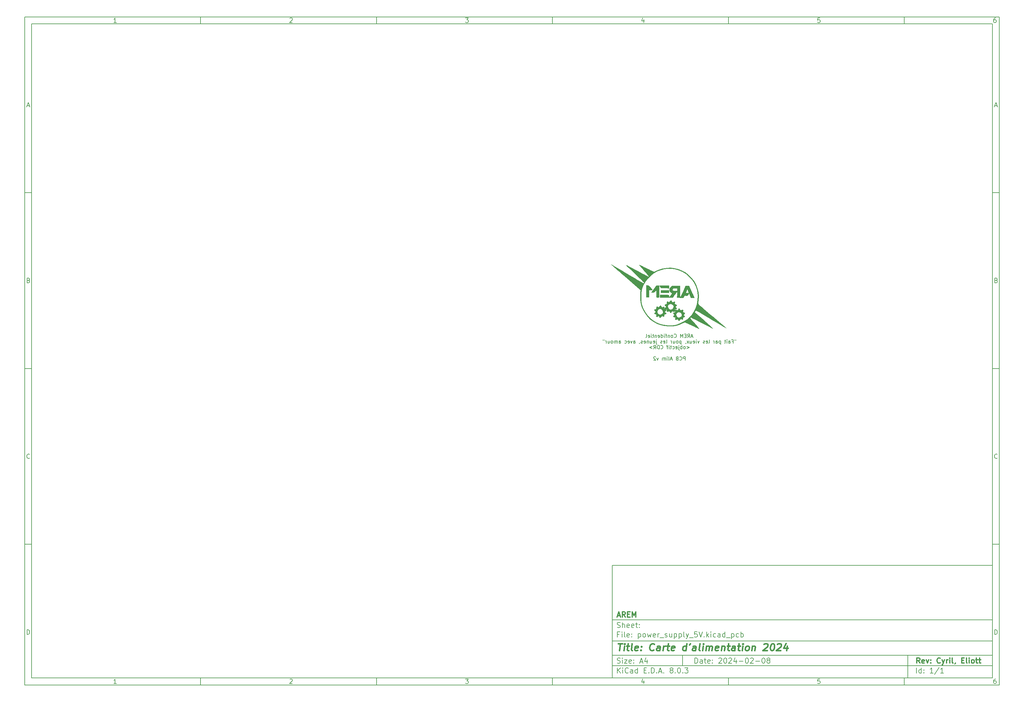
<source format=gbr>
%TF.GenerationSoftware,KiCad,Pcbnew,8.0.3*%
%TF.CreationDate,2024-09-28T16:10:37+02:00*%
%TF.ProjectId,power_supply_5V,706f7765-725f-4737-9570-706c795f3556,Cyril_ Eliott*%
%TF.SameCoordinates,Original*%
%TF.FileFunction,Legend,Bot*%
%TF.FilePolarity,Positive*%
%FSLAX46Y46*%
G04 Gerber Fmt 4.6, Leading zero omitted, Abs format (unit mm)*
G04 Created by KiCad (PCBNEW 8.0.3) date 2024-09-28 16:10:37*
%MOMM*%
%LPD*%
G01*
G04 APERTURE LIST*
%ADD10C,0.100000*%
%ADD11C,0.150000*%
%ADD12C,0.300000*%
%ADD13C,0.400000*%
%ADD14C,0.000000*%
G04 APERTURE END LIST*
D10*
D11*
X177002200Y-166007200D02*
X285002200Y-166007200D01*
X285002200Y-198007200D01*
X177002200Y-198007200D01*
X177002200Y-166007200D01*
D10*
D11*
X10000000Y-10000000D02*
X287002200Y-10000000D01*
X287002200Y-200007200D01*
X10000000Y-200007200D01*
X10000000Y-10000000D01*
D10*
D11*
X12000000Y-12000000D02*
X285002200Y-12000000D01*
X285002200Y-198007200D01*
X12000000Y-198007200D01*
X12000000Y-12000000D01*
D10*
D11*
X60000000Y-12000000D02*
X60000000Y-10000000D01*
D10*
D11*
X110000000Y-12000000D02*
X110000000Y-10000000D01*
D10*
D11*
X160000000Y-12000000D02*
X160000000Y-10000000D01*
D10*
D11*
X210000000Y-12000000D02*
X210000000Y-10000000D01*
D10*
D11*
X260000000Y-12000000D02*
X260000000Y-10000000D01*
D10*
D11*
X36089160Y-11593604D02*
X35346303Y-11593604D01*
X35717731Y-11593604D02*
X35717731Y-10293604D01*
X35717731Y-10293604D02*
X35593922Y-10479319D01*
X35593922Y-10479319D02*
X35470112Y-10603128D01*
X35470112Y-10603128D02*
X35346303Y-10665033D01*
D10*
D11*
X85346303Y-10417414D02*
X85408207Y-10355509D01*
X85408207Y-10355509D02*
X85532017Y-10293604D01*
X85532017Y-10293604D02*
X85841541Y-10293604D01*
X85841541Y-10293604D02*
X85965350Y-10355509D01*
X85965350Y-10355509D02*
X86027255Y-10417414D01*
X86027255Y-10417414D02*
X86089160Y-10541223D01*
X86089160Y-10541223D02*
X86089160Y-10665033D01*
X86089160Y-10665033D02*
X86027255Y-10850747D01*
X86027255Y-10850747D02*
X85284398Y-11593604D01*
X85284398Y-11593604D02*
X86089160Y-11593604D01*
D10*
D11*
X135284398Y-10293604D02*
X136089160Y-10293604D01*
X136089160Y-10293604D02*
X135655826Y-10788842D01*
X135655826Y-10788842D02*
X135841541Y-10788842D01*
X135841541Y-10788842D02*
X135965350Y-10850747D01*
X135965350Y-10850747D02*
X136027255Y-10912652D01*
X136027255Y-10912652D02*
X136089160Y-11036461D01*
X136089160Y-11036461D02*
X136089160Y-11345985D01*
X136089160Y-11345985D02*
X136027255Y-11469795D01*
X136027255Y-11469795D02*
X135965350Y-11531700D01*
X135965350Y-11531700D02*
X135841541Y-11593604D01*
X135841541Y-11593604D02*
X135470112Y-11593604D01*
X135470112Y-11593604D02*
X135346303Y-11531700D01*
X135346303Y-11531700D02*
X135284398Y-11469795D01*
D10*
D11*
X185965350Y-10726938D02*
X185965350Y-11593604D01*
X185655826Y-10231700D02*
X185346303Y-11160271D01*
X185346303Y-11160271D02*
X186151064Y-11160271D01*
D10*
D11*
X236027255Y-10293604D02*
X235408207Y-10293604D01*
X235408207Y-10293604D02*
X235346303Y-10912652D01*
X235346303Y-10912652D02*
X235408207Y-10850747D01*
X235408207Y-10850747D02*
X235532017Y-10788842D01*
X235532017Y-10788842D02*
X235841541Y-10788842D01*
X235841541Y-10788842D02*
X235965350Y-10850747D01*
X235965350Y-10850747D02*
X236027255Y-10912652D01*
X236027255Y-10912652D02*
X236089160Y-11036461D01*
X236089160Y-11036461D02*
X236089160Y-11345985D01*
X236089160Y-11345985D02*
X236027255Y-11469795D01*
X236027255Y-11469795D02*
X235965350Y-11531700D01*
X235965350Y-11531700D02*
X235841541Y-11593604D01*
X235841541Y-11593604D02*
X235532017Y-11593604D01*
X235532017Y-11593604D02*
X235408207Y-11531700D01*
X235408207Y-11531700D02*
X235346303Y-11469795D01*
D10*
D11*
X285965350Y-10293604D02*
X285717731Y-10293604D01*
X285717731Y-10293604D02*
X285593922Y-10355509D01*
X285593922Y-10355509D02*
X285532017Y-10417414D01*
X285532017Y-10417414D02*
X285408207Y-10603128D01*
X285408207Y-10603128D02*
X285346303Y-10850747D01*
X285346303Y-10850747D02*
X285346303Y-11345985D01*
X285346303Y-11345985D02*
X285408207Y-11469795D01*
X285408207Y-11469795D02*
X285470112Y-11531700D01*
X285470112Y-11531700D02*
X285593922Y-11593604D01*
X285593922Y-11593604D02*
X285841541Y-11593604D01*
X285841541Y-11593604D02*
X285965350Y-11531700D01*
X285965350Y-11531700D02*
X286027255Y-11469795D01*
X286027255Y-11469795D02*
X286089160Y-11345985D01*
X286089160Y-11345985D02*
X286089160Y-11036461D01*
X286089160Y-11036461D02*
X286027255Y-10912652D01*
X286027255Y-10912652D02*
X285965350Y-10850747D01*
X285965350Y-10850747D02*
X285841541Y-10788842D01*
X285841541Y-10788842D02*
X285593922Y-10788842D01*
X285593922Y-10788842D02*
X285470112Y-10850747D01*
X285470112Y-10850747D02*
X285408207Y-10912652D01*
X285408207Y-10912652D02*
X285346303Y-11036461D01*
D10*
D11*
X60000000Y-198007200D02*
X60000000Y-200007200D01*
D10*
D11*
X110000000Y-198007200D02*
X110000000Y-200007200D01*
D10*
D11*
X160000000Y-198007200D02*
X160000000Y-200007200D01*
D10*
D11*
X210000000Y-198007200D02*
X210000000Y-200007200D01*
D10*
D11*
X260000000Y-198007200D02*
X260000000Y-200007200D01*
D10*
D11*
X36089160Y-199600804D02*
X35346303Y-199600804D01*
X35717731Y-199600804D02*
X35717731Y-198300804D01*
X35717731Y-198300804D02*
X35593922Y-198486519D01*
X35593922Y-198486519D02*
X35470112Y-198610328D01*
X35470112Y-198610328D02*
X35346303Y-198672233D01*
D10*
D11*
X85346303Y-198424614D02*
X85408207Y-198362709D01*
X85408207Y-198362709D02*
X85532017Y-198300804D01*
X85532017Y-198300804D02*
X85841541Y-198300804D01*
X85841541Y-198300804D02*
X85965350Y-198362709D01*
X85965350Y-198362709D02*
X86027255Y-198424614D01*
X86027255Y-198424614D02*
X86089160Y-198548423D01*
X86089160Y-198548423D02*
X86089160Y-198672233D01*
X86089160Y-198672233D02*
X86027255Y-198857947D01*
X86027255Y-198857947D02*
X85284398Y-199600804D01*
X85284398Y-199600804D02*
X86089160Y-199600804D01*
D10*
D11*
X135284398Y-198300804D02*
X136089160Y-198300804D01*
X136089160Y-198300804D02*
X135655826Y-198796042D01*
X135655826Y-198796042D02*
X135841541Y-198796042D01*
X135841541Y-198796042D02*
X135965350Y-198857947D01*
X135965350Y-198857947D02*
X136027255Y-198919852D01*
X136027255Y-198919852D02*
X136089160Y-199043661D01*
X136089160Y-199043661D02*
X136089160Y-199353185D01*
X136089160Y-199353185D02*
X136027255Y-199476995D01*
X136027255Y-199476995D02*
X135965350Y-199538900D01*
X135965350Y-199538900D02*
X135841541Y-199600804D01*
X135841541Y-199600804D02*
X135470112Y-199600804D01*
X135470112Y-199600804D02*
X135346303Y-199538900D01*
X135346303Y-199538900D02*
X135284398Y-199476995D01*
D10*
D11*
X185965350Y-198734138D02*
X185965350Y-199600804D01*
X185655826Y-198238900D02*
X185346303Y-199167471D01*
X185346303Y-199167471D02*
X186151064Y-199167471D01*
D10*
D11*
X236027255Y-198300804D02*
X235408207Y-198300804D01*
X235408207Y-198300804D02*
X235346303Y-198919852D01*
X235346303Y-198919852D02*
X235408207Y-198857947D01*
X235408207Y-198857947D02*
X235532017Y-198796042D01*
X235532017Y-198796042D02*
X235841541Y-198796042D01*
X235841541Y-198796042D02*
X235965350Y-198857947D01*
X235965350Y-198857947D02*
X236027255Y-198919852D01*
X236027255Y-198919852D02*
X236089160Y-199043661D01*
X236089160Y-199043661D02*
X236089160Y-199353185D01*
X236089160Y-199353185D02*
X236027255Y-199476995D01*
X236027255Y-199476995D02*
X235965350Y-199538900D01*
X235965350Y-199538900D02*
X235841541Y-199600804D01*
X235841541Y-199600804D02*
X235532017Y-199600804D01*
X235532017Y-199600804D02*
X235408207Y-199538900D01*
X235408207Y-199538900D02*
X235346303Y-199476995D01*
D10*
D11*
X285965350Y-198300804D02*
X285717731Y-198300804D01*
X285717731Y-198300804D02*
X285593922Y-198362709D01*
X285593922Y-198362709D02*
X285532017Y-198424614D01*
X285532017Y-198424614D02*
X285408207Y-198610328D01*
X285408207Y-198610328D02*
X285346303Y-198857947D01*
X285346303Y-198857947D02*
X285346303Y-199353185D01*
X285346303Y-199353185D02*
X285408207Y-199476995D01*
X285408207Y-199476995D02*
X285470112Y-199538900D01*
X285470112Y-199538900D02*
X285593922Y-199600804D01*
X285593922Y-199600804D02*
X285841541Y-199600804D01*
X285841541Y-199600804D02*
X285965350Y-199538900D01*
X285965350Y-199538900D02*
X286027255Y-199476995D01*
X286027255Y-199476995D02*
X286089160Y-199353185D01*
X286089160Y-199353185D02*
X286089160Y-199043661D01*
X286089160Y-199043661D02*
X286027255Y-198919852D01*
X286027255Y-198919852D02*
X285965350Y-198857947D01*
X285965350Y-198857947D02*
X285841541Y-198796042D01*
X285841541Y-198796042D02*
X285593922Y-198796042D01*
X285593922Y-198796042D02*
X285470112Y-198857947D01*
X285470112Y-198857947D02*
X285408207Y-198919852D01*
X285408207Y-198919852D02*
X285346303Y-199043661D01*
D10*
D11*
X10000000Y-60000000D02*
X12000000Y-60000000D01*
D10*
D11*
X10000000Y-110000000D02*
X12000000Y-110000000D01*
D10*
D11*
X10000000Y-160000000D02*
X12000000Y-160000000D01*
D10*
D11*
X10690476Y-35222176D02*
X11309523Y-35222176D01*
X10566666Y-35593604D02*
X10999999Y-34293604D01*
X10999999Y-34293604D02*
X11433333Y-35593604D01*
D10*
D11*
X11092857Y-84912652D02*
X11278571Y-84974557D01*
X11278571Y-84974557D02*
X11340476Y-85036461D01*
X11340476Y-85036461D02*
X11402380Y-85160271D01*
X11402380Y-85160271D02*
X11402380Y-85345985D01*
X11402380Y-85345985D02*
X11340476Y-85469795D01*
X11340476Y-85469795D02*
X11278571Y-85531700D01*
X11278571Y-85531700D02*
X11154761Y-85593604D01*
X11154761Y-85593604D02*
X10659523Y-85593604D01*
X10659523Y-85593604D02*
X10659523Y-84293604D01*
X10659523Y-84293604D02*
X11092857Y-84293604D01*
X11092857Y-84293604D02*
X11216666Y-84355509D01*
X11216666Y-84355509D02*
X11278571Y-84417414D01*
X11278571Y-84417414D02*
X11340476Y-84541223D01*
X11340476Y-84541223D02*
X11340476Y-84665033D01*
X11340476Y-84665033D02*
X11278571Y-84788842D01*
X11278571Y-84788842D02*
X11216666Y-84850747D01*
X11216666Y-84850747D02*
X11092857Y-84912652D01*
X11092857Y-84912652D02*
X10659523Y-84912652D01*
D10*
D11*
X11402380Y-135469795D02*
X11340476Y-135531700D01*
X11340476Y-135531700D02*
X11154761Y-135593604D01*
X11154761Y-135593604D02*
X11030952Y-135593604D01*
X11030952Y-135593604D02*
X10845238Y-135531700D01*
X10845238Y-135531700D02*
X10721428Y-135407890D01*
X10721428Y-135407890D02*
X10659523Y-135284080D01*
X10659523Y-135284080D02*
X10597619Y-135036461D01*
X10597619Y-135036461D02*
X10597619Y-134850747D01*
X10597619Y-134850747D02*
X10659523Y-134603128D01*
X10659523Y-134603128D02*
X10721428Y-134479319D01*
X10721428Y-134479319D02*
X10845238Y-134355509D01*
X10845238Y-134355509D02*
X11030952Y-134293604D01*
X11030952Y-134293604D02*
X11154761Y-134293604D01*
X11154761Y-134293604D02*
X11340476Y-134355509D01*
X11340476Y-134355509D02*
X11402380Y-134417414D01*
D10*
D11*
X10659523Y-185593604D02*
X10659523Y-184293604D01*
X10659523Y-184293604D02*
X10969047Y-184293604D01*
X10969047Y-184293604D02*
X11154761Y-184355509D01*
X11154761Y-184355509D02*
X11278571Y-184479319D01*
X11278571Y-184479319D02*
X11340476Y-184603128D01*
X11340476Y-184603128D02*
X11402380Y-184850747D01*
X11402380Y-184850747D02*
X11402380Y-185036461D01*
X11402380Y-185036461D02*
X11340476Y-185284080D01*
X11340476Y-185284080D02*
X11278571Y-185407890D01*
X11278571Y-185407890D02*
X11154761Y-185531700D01*
X11154761Y-185531700D02*
X10969047Y-185593604D01*
X10969047Y-185593604D02*
X10659523Y-185593604D01*
D10*
D11*
X287002200Y-60000000D02*
X285002200Y-60000000D01*
D10*
D11*
X287002200Y-110000000D02*
X285002200Y-110000000D01*
D10*
D11*
X287002200Y-160000000D02*
X285002200Y-160000000D01*
D10*
D11*
X285692676Y-35222176D02*
X286311723Y-35222176D01*
X285568866Y-35593604D02*
X286002199Y-34293604D01*
X286002199Y-34293604D02*
X286435533Y-35593604D01*
D10*
D11*
X286095057Y-84912652D02*
X286280771Y-84974557D01*
X286280771Y-84974557D02*
X286342676Y-85036461D01*
X286342676Y-85036461D02*
X286404580Y-85160271D01*
X286404580Y-85160271D02*
X286404580Y-85345985D01*
X286404580Y-85345985D02*
X286342676Y-85469795D01*
X286342676Y-85469795D02*
X286280771Y-85531700D01*
X286280771Y-85531700D02*
X286156961Y-85593604D01*
X286156961Y-85593604D02*
X285661723Y-85593604D01*
X285661723Y-85593604D02*
X285661723Y-84293604D01*
X285661723Y-84293604D02*
X286095057Y-84293604D01*
X286095057Y-84293604D02*
X286218866Y-84355509D01*
X286218866Y-84355509D02*
X286280771Y-84417414D01*
X286280771Y-84417414D02*
X286342676Y-84541223D01*
X286342676Y-84541223D02*
X286342676Y-84665033D01*
X286342676Y-84665033D02*
X286280771Y-84788842D01*
X286280771Y-84788842D02*
X286218866Y-84850747D01*
X286218866Y-84850747D02*
X286095057Y-84912652D01*
X286095057Y-84912652D02*
X285661723Y-84912652D01*
D10*
D11*
X286404580Y-135469795D02*
X286342676Y-135531700D01*
X286342676Y-135531700D02*
X286156961Y-135593604D01*
X286156961Y-135593604D02*
X286033152Y-135593604D01*
X286033152Y-135593604D02*
X285847438Y-135531700D01*
X285847438Y-135531700D02*
X285723628Y-135407890D01*
X285723628Y-135407890D02*
X285661723Y-135284080D01*
X285661723Y-135284080D02*
X285599819Y-135036461D01*
X285599819Y-135036461D02*
X285599819Y-134850747D01*
X285599819Y-134850747D02*
X285661723Y-134603128D01*
X285661723Y-134603128D02*
X285723628Y-134479319D01*
X285723628Y-134479319D02*
X285847438Y-134355509D01*
X285847438Y-134355509D02*
X286033152Y-134293604D01*
X286033152Y-134293604D02*
X286156961Y-134293604D01*
X286156961Y-134293604D02*
X286342676Y-134355509D01*
X286342676Y-134355509D02*
X286404580Y-134417414D01*
D10*
D11*
X285661723Y-185593604D02*
X285661723Y-184293604D01*
X285661723Y-184293604D02*
X285971247Y-184293604D01*
X285971247Y-184293604D02*
X286156961Y-184355509D01*
X286156961Y-184355509D02*
X286280771Y-184479319D01*
X286280771Y-184479319D02*
X286342676Y-184603128D01*
X286342676Y-184603128D02*
X286404580Y-184850747D01*
X286404580Y-184850747D02*
X286404580Y-185036461D01*
X286404580Y-185036461D02*
X286342676Y-185284080D01*
X286342676Y-185284080D02*
X286280771Y-185407890D01*
X286280771Y-185407890D02*
X286156961Y-185531700D01*
X286156961Y-185531700D02*
X285971247Y-185593604D01*
X285971247Y-185593604D02*
X285661723Y-185593604D01*
D10*
D11*
X200458026Y-193793328D02*
X200458026Y-192293328D01*
X200458026Y-192293328D02*
X200815169Y-192293328D01*
X200815169Y-192293328D02*
X201029455Y-192364757D01*
X201029455Y-192364757D02*
X201172312Y-192507614D01*
X201172312Y-192507614D02*
X201243741Y-192650471D01*
X201243741Y-192650471D02*
X201315169Y-192936185D01*
X201315169Y-192936185D02*
X201315169Y-193150471D01*
X201315169Y-193150471D02*
X201243741Y-193436185D01*
X201243741Y-193436185D02*
X201172312Y-193579042D01*
X201172312Y-193579042D02*
X201029455Y-193721900D01*
X201029455Y-193721900D02*
X200815169Y-193793328D01*
X200815169Y-193793328D02*
X200458026Y-193793328D01*
X202600884Y-193793328D02*
X202600884Y-193007614D01*
X202600884Y-193007614D02*
X202529455Y-192864757D01*
X202529455Y-192864757D02*
X202386598Y-192793328D01*
X202386598Y-192793328D02*
X202100884Y-192793328D01*
X202100884Y-192793328D02*
X201958026Y-192864757D01*
X202600884Y-193721900D02*
X202458026Y-193793328D01*
X202458026Y-193793328D02*
X202100884Y-193793328D01*
X202100884Y-193793328D02*
X201958026Y-193721900D01*
X201958026Y-193721900D02*
X201886598Y-193579042D01*
X201886598Y-193579042D02*
X201886598Y-193436185D01*
X201886598Y-193436185D02*
X201958026Y-193293328D01*
X201958026Y-193293328D02*
X202100884Y-193221900D01*
X202100884Y-193221900D02*
X202458026Y-193221900D01*
X202458026Y-193221900D02*
X202600884Y-193150471D01*
X203100884Y-192793328D02*
X203672312Y-192793328D01*
X203315169Y-192293328D02*
X203315169Y-193579042D01*
X203315169Y-193579042D02*
X203386598Y-193721900D01*
X203386598Y-193721900D02*
X203529455Y-193793328D01*
X203529455Y-193793328D02*
X203672312Y-193793328D01*
X204743741Y-193721900D02*
X204600884Y-193793328D01*
X204600884Y-193793328D02*
X204315170Y-193793328D01*
X204315170Y-193793328D02*
X204172312Y-193721900D01*
X204172312Y-193721900D02*
X204100884Y-193579042D01*
X204100884Y-193579042D02*
X204100884Y-193007614D01*
X204100884Y-193007614D02*
X204172312Y-192864757D01*
X204172312Y-192864757D02*
X204315170Y-192793328D01*
X204315170Y-192793328D02*
X204600884Y-192793328D01*
X204600884Y-192793328D02*
X204743741Y-192864757D01*
X204743741Y-192864757D02*
X204815170Y-193007614D01*
X204815170Y-193007614D02*
X204815170Y-193150471D01*
X204815170Y-193150471D02*
X204100884Y-193293328D01*
X205458026Y-193650471D02*
X205529455Y-193721900D01*
X205529455Y-193721900D02*
X205458026Y-193793328D01*
X205458026Y-193793328D02*
X205386598Y-193721900D01*
X205386598Y-193721900D02*
X205458026Y-193650471D01*
X205458026Y-193650471D02*
X205458026Y-193793328D01*
X205458026Y-192864757D02*
X205529455Y-192936185D01*
X205529455Y-192936185D02*
X205458026Y-193007614D01*
X205458026Y-193007614D02*
X205386598Y-192936185D01*
X205386598Y-192936185D02*
X205458026Y-192864757D01*
X205458026Y-192864757D02*
X205458026Y-193007614D01*
X207243741Y-192436185D02*
X207315169Y-192364757D01*
X207315169Y-192364757D02*
X207458027Y-192293328D01*
X207458027Y-192293328D02*
X207815169Y-192293328D01*
X207815169Y-192293328D02*
X207958027Y-192364757D01*
X207958027Y-192364757D02*
X208029455Y-192436185D01*
X208029455Y-192436185D02*
X208100884Y-192579042D01*
X208100884Y-192579042D02*
X208100884Y-192721900D01*
X208100884Y-192721900D02*
X208029455Y-192936185D01*
X208029455Y-192936185D02*
X207172312Y-193793328D01*
X207172312Y-193793328D02*
X208100884Y-193793328D01*
X209029455Y-192293328D02*
X209172312Y-192293328D01*
X209172312Y-192293328D02*
X209315169Y-192364757D01*
X209315169Y-192364757D02*
X209386598Y-192436185D01*
X209386598Y-192436185D02*
X209458026Y-192579042D01*
X209458026Y-192579042D02*
X209529455Y-192864757D01*
X209529455Y-192864757D02*
X209529455Y-193221900D01*
X209529455Y-193221900D02*
X209458026Y-193507614D01*
X209458026Y-193507614D02*
X209386598Y-193650471D01*
X209386598Y-193650471D02*
X209315169Y-193721900D01*
X209315169Y-193721900D02*
X209172312Y-193793328D01*
X209172312Y-193793328D02*
X209029455Y-193793328D01*
X209029455Y-193793328D02*
X208886598Y-193721900D01*
X208886598Y-193721900D02*
X208815169Y-193650471D01*
X208815169Y-193650471D02*
X208743740Y-193507614D01*
X208743740Y-193507614D02*
X208672312Y-193221900D01*
X208672312Y-193221900D02*
X208672312Y-192864757D01*
X208672312Y-192864757D02*
X208743740Y-192579042D01*
X208743740Y-192579042D02*
X208815169Y-192436185D01*
X208815169Y-192436185D02*
X208886598Y-192364757D01*
X208886598Y-192364757D02*
X209029455Y-192293328D01*
X210100883Y-192436185D02*
X210172311Y-192364757D01*
X210172311Y-192364757D02*
X210315169Y-192293328D01*
X210315169Y-192293328D02*
X210672311Y-192293328D01*
X210672311Y-192293328D02*
X210815169Y-192364757D01*
X210815169Y-192364757D02*
X210886597Y-192436185D01*
X210886597Y-192436185D02*
X210958026Y-192579042D01*
X210958026Y-192579042D02*
X210958026Y-192721900D01*
X210958026Y-192721900D02*
X210886597Y-192936185D01*
X210886597Y-192936185D02*
X210029454Y-193793328D01*
X210029454Y-193793328D02*
X210958026Y-193793328D01*
X212243740Y-192793328D02*
X212243740Y-193793328D01*
X211886597Y-192221900D02*
X211529454Y-193293328D01*
X211529454Y-193293328D02*
X212458025Y-193293328D01*
X213029453Y-193221900D02*
X214172311Y-193221900D01*
X215172311Y-192293328D02*
X215315168Y-192293328D01*
X215315168Y-192293328D02*
X215458025Y-192364757D01*
X215458025Y-192364757D02*
X215529454Y-192436185D01*
X215529454Y-192436185D02*
X215600882Y-192579042D01*
X215600882Y-192579042D02*
X215672311Y-192864757D01*
X215672311Y-192864757D02*
X215672311Y-193221900D01*
X215672311Y-193221900D02*
X215600882Y-193507614D01*
X215600882Y-193507614D02*
X215529454Y-193650471D01*
X215529454Y-193650471D02*
X215458025Y-193721900D01*
X215458025Y-193721900D02*
X215315168Y-193793328D01*
X215315168Y-193793328D02*
X215172311Y-193793328D01*
X215172311Y-193793328D02*
X215029454Y-193721900D01*
X215029454Y-193721900D02*
X214958025Y-193650471D01*
X214958025Y-193650471D02*
X214886596Y-193507614D01*
X214886596Y-193507614D02*
X214815168Y-193221900D01*
X214815168Y-193221900D02*
X214815168Y-192864757D01*
X214815168Y-192864757D02*
X214886596Y-192579042D01*
X214886596Y-192579042D02*
X214958025Y-192436185D01*
X214958025Y-192436185D02*
X215029454Y-192364757D01*
X215029454Y-192364757D02*
X215172311Y-192293328D01*
X216243739Y-192436185D02*
X216315167Y-192364757D01*
X216315167Y-192364757D02*
X216458025Y-192293328D01*
X216458025Y-192293328D02*
X216815167Y-192293328D01*
X216815167Y-192293328D02*
X216958025Y-192364757D01*
X216958025Y-192364757D02*
X217029453Y-192436185D01*
X217029453Y-192436185D02*
X217100882Y-192579042D01*
X217100882Y-192579042D02*
X217100882Y-192721900D01*
X217100882Y-192721900D02*
X217029453Y-192936185D01*
X217029453Y-192936185D02*
X216172310Y-193793328D01*
X216172310Y-193793328D02*
X217100882Y-193793328D01*
X217743738Y-193221900D02*
X218886596Y-193221900D01*
X219886596Y-192293328D02*
X220029453Y-192293328D01*
X220029453Y-192293328D02*
X220172310Y-192364757D01*
X220172310Y-192364757D02*
X220243739Y-192436185D01*
X220243739Y-192436185D02*
X220315167Y-192579042D01*
X220315167Y-192579042D02*
X220386596Y-192864757D01*
X220386596Y-192864757D02*
X220386596Y-193221900D01*
X220386596Y-193221900D02*
X220315167Y-193507614D01*
X220315167Y-193507614D02*
X220243739Y-193650471D01*
X220243739Y-193650471D02*
X220172310Y-193721900D01*
X220172310Y-193721900D02*
X220029453Y-193793328D01*
X220029453Y-193793328D02*
X219886596Y-193793328D01*
X219886596Y-193793328D02*
X219743739Y-193721900D01*
X219743739Y-193721900D02*
X219672310Y-193650471D01*
X219672310Y-193650471D02*
X219600881Y-193507614D01*
X219600881Y-193507614D02*
X219529453Y-193221900D01*
X219529453Y-193221900D02*
X219529453Y-192864757D01*
X219529453Y-192864757D02*
X219600881Y-192579042D01*
X219600881Y-192579042D02*
X219672310Y-192436185D01*
X219672310Y-192436185D02*
X219743739Y-192364757D01*
X219743739Y-192364757D02*
X219886596Y-192293328D01*
X221243738Y-192936185D02*
X221100881Y-192864757D01*
X221100881Y-192864757D02*
X221029452Y-192793328D01*
X221029452Y-192793328D02*
X220958024Y-192650471D01*
X220958024Y-192650471D02*
X220958024Y-192579042D01*
X220958024Y-192579042D02*
X221029452Y-192436185D01*
X221029452Y-192436185D02*
X221100881Y-192364757D01*
X221100881Y-192364757D02*
X221243738Y-192293328D01*
X221243738Y-192293328D02*
X221529452Y-192293328D01*
X221529452Y-192293328D02*
X221672310Y-192364757D01*
X221672310Y-192364757D02*
X221743738Y-192436185D01*
X221743738Y-192436185D02*
X221815167Y-192579042D01*
X221815167Y-192579042D02*
X221815167Y-192650471D01*
X221815167Y-192650471D02*
X221743738Y-192793328D01*
X221743738Y-192793328D02*
X221672310Y-192864757D01*
X221672310Y-192864757D02*
X221529452Y-192936185D01*
X221529452Y-192936185D02*
X221243738Y-192936185D01*
X221243738Y-192936185D02*
X221100881Y-193007614D01*
X221100881Y-193007614D02*
X221029452Y-193079042D01*
X221029452Y-193079042D02*
X220958024Y-193221900D01*
X220958024Y-193221900D02*
X220958024Y-193507614D01*
X220958024Y-193507614D02*
X221029452Y-193650471D01*
X221029452Y-193650471D02*
X221100881Y-193721900D01*
X221100881Y-193721900D02*
X221243738Y-193793328D01*
X221243738Y-193793328D02*
X221529452Y-193793328D01*
X221529452Y-193793328D02*
X221672310Y-193721900D01*
X221672310Y-193721900D02*
X221743738Y-193650471D01*
X221743738Y-193650471D02*
X221815167Y-193507614D01*
X221815167Y-193507614D02*
X221815167Y-193221900D01*
X221815167Y-193221900D02*
X221743738Y-193079042D01*
X221743738Y-193079042D02*
X221672310Y-193007614D01*
X221672310Y-193007614D02*
X221529452Y-192936185D01*
D10*
D11*
X177002200Y-194507200D02*
X285002200Y-194507200D01*
D10*
D11*
X178458026Y-196593328D02*
X178458026Y-195093328D01*
X179315169Y-196593328D02*
X178672312Y-195736185D01*
X179315169Y-195093328D02*
X178458026Y-195950471D01*
X179958026Y-196593328D02*
X179958026Y-195593328D01*
X179958026Y-195093328D02*
X179886598Y-195164757D01*
X179886598Y-195164757D02*
X179958026Y-195236185D01*
X179958026Y-195236185D02*
X180029455Y-195164757D01*
X180029455Y-195164757D02*
X179958026Y-195093328D01*
X179958026Y-195093328D02*
X179958026Y-195236185D01*
X181529455Y-196450471D02*
X181458027Y-196521900D01*
X181458027Y-196521900D02*
X181243741Y-196593328D01*
X181243741Y-196593328D02*
X181100884Y-196593328D01*
X181100884Y-196593328D02*
X180886598Y-196521900D01*
X180886598Y-196521900D02*
X180743741Y-196379042D01*
X180743741Y-196379042D02*
X180672312Y-196236185D01*
X180672312Y-196236185D02*
X180600884Y-195950471D01*
X180600884Y-195950471D02*
X180600884Y-195736185D01*
X180600884Y-195736185D02*
X180672312Y-195450471D01*
X180672312Y-195450471D02*
X180743741Y-195307614D01*
X180743741Y-195307614D02*
X180886598Y-195164757D01*
X180886598Y-195164757D02*
X181100884Y-195093328D01*
X181100884Y-195093328D02*
X181243741Y-195093328D01*
X181243741Y-195093328D02*
X181458027Y-195164757D01*
X181458027Y-195164757D02*
X181529455Y-195236185D01*
X182815170Y-196593328D02*
X182815170Y-195807614D01*
X182815170Y-195807614D02*
X182743741Y-195664757D01*
X182743741Y-195664757D02*
X182600884Y-195593328D01*
X182600884Y-195593328D02*
X182315170Y-195593328D01*
X182315170Y-195593328D02*
X182172312Y-195664757D01*
X182815170Y-196521900D02*
X182672312Y-196593328D01*
X182672312Y-196593328D02*
X182315170Y-196593328D01*
X182315170Y-196593328D02*
X182172312Y-196521900D01*
X182172312Y-196521900D02*
X182100884Y-196379042D01*
X182100884Y-196379042D02*
X182100884Y-196236185D01*
X182100884Y-196236185D02*
X182172312Y-196093328D01*
X182172312Y-196093328D02*
X182315170Y-196021900D01*
X182315170Y-196021900D02*
X182672312Y-196021900D01*
X182672312Y-196021900D02*
X182815170Y-195950471D01*
X184172313Y-196593328D02*
X184172313Y-195093328D01*
X184172313Y-196521900D02*
X184029455Y-196593328D01*
X184029455Y-196593328D02*
X183743741Y-196593328D01*
X183743741Y-196593328D02*
X183600884Y-196521900D01*
X183600884Y-196521900D02*
X183529455Y-196450471D01*
X183529455Y-196450471D02*
X183458027Y-196307614D01*
X183458027Y-196307614D02*
X183458027Y-195879042D01*
X183458027Y-195879042D02*
X183529455Y-195736185D01*
X183529455Y-195736185D02*
X183600884Y-195664757D01*
X183600884Y-195664757D02*
X183743741Y-195593328D01*
X183743741Y-195593328D02*
X184029455Y-195593328D01*
X184029455Y-195593328D02*
X184172313Y-195664757D01*
X186029455Y-195807614D02*
X186529455Y-195807614D01*
X186743741Y-196593328D02*
X186029455Y-196593328D01*
X186029455Y-196593328D02*
X186029455Y-195093328D01*
X186029455Y-195093328D02*
X186743741Y-195093328D01*
X187386598Y-196450471D02*
X187458027Y-196521900D01*
X187458027Y-196521900D02*
X187386598Y-196593328D01*
X187386598Y-196593328D02*
X187315170Y-196521900D01*
X187315170Y-196521900D02*
X187386598Y-196450471D01*
X187386598Y-196450471D02*
X187386598Y-196593328D01*
X188100884Y-196593328D02*
X188100884Y-195093328D01*
X188100884Y-195093328D02*
X188458027Y-195093328D01*
X188458027Y-195093328D02*
X188672313Y-195164757D01*
X188672313Y-195164757D02*
X188815170Y-195307614D01*
X188815170Y-195307614D02*
X188886599Y-195450471D01*
X188886599Y-195450471D02*
X188958027Y-195736185D01*
X188958027Y-195736185D02*
X188958027Y-195950471D01*
X188958027Y-195950471D02*
X188886599Y-196236185D01*
X188886599Y-196236185D02*
X188815170Y-196379042D01*
X188815170Y-196379042D02*
X188672313Y-196521900D01*
X188672313Y-196521900D02*
X188458027Y-196593328D01*
X188458027Y-196593328D02*
X188100884Y-196593328D01*
X189600884Y-196450471D02*
X189672313Y-196521900D01*
X189672313Y-196521900D02*
X189600884Y-196593328D01*
X189600884Y-196593328D02*
X189529456Y-196521900D01*
X189529456Y-196521900D02*
X189600884Y-196450471D01*
X189600884Y-196450471D02*
X189600884Y-196593328D01*
X190243742Y-196164757D02*
X190958028Y-196164757D01*
X190100885Y-196593328D02*
X190600885Y-195093328D01*
X190600885Y-195093328D02*
X191100885Y-196593328D01*
X191600884Y-196450471D02*
X191672313Y-196521900D01*
X191672313Y-196521900D02*
X191600884Y-196593328D01*
X191600884Y-196593328D02*
X191529456Y-196521900D01*
X191529456Y-196521900D02*
X191600884Y-196450471D01*
X191600884Y-196450471D02*
X191600884Y-196593328D01*
X193672313Y-195736185D02*
X193529456Y-195664757D01*
X193529456Y-195664757D02*
X193458027Y-195593328D01*
X193458027Y-195593328D02*
X193386599Y-195450471D01*
X193386599Y-195450471D02*
X193386599Y-195379042D01*
X193386599Y-195379042D02*
X193458027Y-195236185D01*
X193458027Y-195236185D02*
X193529456Y-195164757D01*
X193529456Y-195164757D02*
X193672313Y-195093328D01*
X193672313Y-195093328D02*
X193958027Y-195093328D01*
X193958027Y-195093328D02*
X194100885Y-195164757D01*
X194100885Y-195164757D02*
X194172313Y-195236185D01*
X194172313Y-195236185D02*
X194243742Y-195379042D01*
X194243742Y-195379042D02*
X194243742Y-195450471D01*
X194243742Y-195450471D02*
X194172313Y-195593328D01*
X194172313Y-195593328D02*
X194100885Y-195664757D01*
X194100885Y-195664757D02*
X193958027Y-195736185D01*
X193958027Y-195736185D02*
X193672313Y-195736185D01*
X193672313Y-195736185D02*
X193529456Y-195807614D01*
X193529456Y-195807614D02*
X193458027Y-195879042D01*
X193458027Y-195879042D02*
X193386599Y-196021900D01*
X193386599Y-196021900D02*
X193386599Y-196307614D01*
X193386599Y-196307614D02*
X193458027Y-196450471D01*
X193458027Y-196450471D02*
X193529456Y-196521900D01*
X193529456Y-196521900D02*
X193672313Y-196593328D01*
X193672313Y-196593328D02*
X193958027Y-196593328D01*
X193958027Y-196593328D02*
X194100885Y-196521900D01*
X194100885Y-196521900D02*
X194172313Y-196450471D01*
X194172313Y-196450471D02*
X194243742Y-196307614D01*
X194243742Y-196307614D02*
X194243742Y-196021900D01*
X194243742Y-196021900D02*
X194172313Y-195879042D01*
X194172313Y-195879042D02*
X194100885Y-195807614D01*
X194100885Y-195807614D02*
X193958027Y-195736185D01*
X194886598Y-196450471D02*
X194958027Y-196521900D01*
X194958027Y-196521900D02*
X194886598Y-196593328D01*
X194886598Y-196593328D02*
X194815170Y-196521900D01*
X194815170Y-196521900D02*
X194886598Y-196450471D01*
X194886598Y-196450471D02*
X194886598Y-196593328D01*
X195886599Y-195093328D02*
X196029456Y-195093328D01*
X196029456Y-195093328D02*
X196172313Y-195164757D01*
X196172313Y-195164757D02*
X196243742Y-195236185D01*
X196243742Y-195236185D02*
X196315170Y-195379042D01*
X196315170Y-195379042D02*
X196386599Y-195664757D01*
X196386599Y-195664757D02*
X196386599Y-196021900D01*
X196386599Y-196021900D02*
X196315170Y-196307614D01*
X196315170Y-196307614D02*
X196243742Y-196450471D01*
X196243742Y-196450471D02*
X196172313Y-196521900D01*
X196172313Y-196521900D02*
X196029456Y-196593328D01*
X196029456Y-196593328D02*
X195886599Y-196593328D01*
X195886599Y-196593328D02*
X195743742Y-196521900D01*
X195743742Y-196521900D02*
X195672313Y-196450471D01*
X195672313Y-196450471D02*
X195600884Y-196307614D01*
X195600884Y-196307614D02*
X195529456Y-196021900D01*
X195529456Y-196021900D02*
X195529456Y-195664757D01*
X195529456Y-195664757D02*
X195600884Y-195379042D01*
X195600884Y-195379042D02*
X195672313Y-195236185D01*
X195672313Y-195236185D02*
X195743742Y-195164757D01*
X195743742Y-195164757D02*
X195886599Y-195093328D01*
X197029455Y-196450471D02*
X197100884Y-196521900D01*
X197100884Y-196521900D02*
X197029455Y-196593328D01*
X197029455Y-196593328D02*
X196958027Y-196521900D01*
X196958027Y-196521900D02*
X197029455Y-196450471D01*
X197029455Y-196450471D02*
X197029455Y-196593328D01*
X197600884Y-195093328D02*
X198529456Y-195093328D01*
X198529456Y-195093328D02*
X198029456Y-195664757D01*
X198029456Y-195664757D02*
X198243741Y-195664757D01*
X198243741Y-195664757D02*
X198386599Y-195736185D01*
X198386599Y-195736185D02*
X198458027Y-195807614D01*
X198458027Y-195807614D02*
X198529456Y-195950471D01*
X198529456Y-195950471D02*
X198529456Y-196307614D01*
X198529456Y-196307614D02*
X198458027Y-196450471D01*
X198458027Y-196450471D02*
X198386599Y-196521900D01*
X198386599Y-196521900D02*
X198243741Y-196593328D01*
X198243741Y-196593328D02*
X197815170Y-196593328D01*
X197815170Y-196593328D02*
X197672313Y-196521900D01*
X197672313Y-196521900D02*
X197600884Y-196450471D01*
D10*
D11*
X177002200Y-191507200D02*
X285002200Y-191507200D01*
D10*
D12*
X264413853Y-193785528D02*
X263913853Y-193071242D01*
X263556710Y-193785528D02*
X263556710Y-192285528D01*
X263556710Y-192285528D02*
X264128139Y-192285528D01*
X264128139Y-192285528D02*
X264270996Y-192356957D01*
X264270996Y-192356957D02*
X264342425Y-192428385D01*
X264342425Y-192428385D02*
X264413853Y-192571242D01*
X264413853Y-192571242D02*
X264413853Y-192785528D01*
X264413853Y-192785528D02*
X264342425Y-192928385D01*
X264342425Y-192928385D02*
X264270996Y-192999814D01*
X264270996Y-192999814D02*
X264128139Y-193071242D01*
X264128139Y-193071242D02*
X263556710Y-193071242D01*
X265628139Y-193714100D02*
X265485282Y-193785528D01*
X265485282Y-193785528D02*
X265199568Y-193785528D01*
X265199568Y-193785528D02*
X265056710Y-193714100D01*
X265056710Y-193714100D02*
X264985282Y-193571242D01*
X264985282Y-193571242D02*
X264985282Y-192999814D01*
X264985282Y-192999814D02*
X265056710Y-192856957D01*
X265056710Y-192856957D02*
X265199568Y-192785528D01*
X265199568Y-192785528D02*
X265485282Y-192785528D01*
X265485282Y-192785528D02*
X265628139Y-192856957D01*
X265628139Y-192856957D02*
X265699568Y-192999814D01*
X265699568Y-192999814D02*
X265699568Y-193142671D01*
X265699568Y-193142671D02*
X264985282Y-193285528D01*
X266199567Y-192785528D02*
X266556710Y-193785528D01*
X266556710Y-193785528D02*
X266913853Y-192785528D01*
X267485281Y-193642671D02*
X267556710Y-193714100D01*
X267556710Y-193714100D02*
X267485281Y-193785528D01*
X267485281Y-193785528D02*
X267413853Y-193714100D01*
X267413853Y-193714100D02*
X267485281Y-193642671D01*
X267485281Y-193642671D02*
X267485281Y-193785528D01*
X267485281Y-192856957D02*
X267556710Y-192928385D01*
X267556710Y-192928385D02*
X267485281Y-192999814D01*
X267485281Y-192999814D02*
X267413853Y-192928385D01*
X267413853Y-192928385D02*
X267485281Y-192856957D01*
X267485281Y-192856957D02*
X267485281Y-192999814D01*
X270199567Y-193642671D02*
X270128139Y-193714100D01*
X270128139Y-193714100D02*
X269913853Y-193785528D01*
X269913853Y-193785528D02*
X269770996Y-193785528D01*
X269770996Y-193785528D02*
X269556710Y-193714100D01*
X269556710Y-193714100D02*
X269413853Y-193571242D01*
X269413853Y-193571242D02*
X269342424Y-193428385D01*
X269342424Y-193428385D02*
X269270996Y-193142671D01*
X269270996Y-193142671D02*
X269270996Y-192928385D01*
X269270996Y-192928385D02*
X269342424Y-192642671D01*
X269342424Y-192642671D02*
X269413853Y-192499814D01*
X269413853Y-192499814D02*
X269556710Y-192356957D01*
X269556710Y-192356957D02*
X269770996Y-192285528D01*
X269770996Y-192285528D02*
X269913853Y-192285528D01*
X269913853Y-192285528D02*
X270128139Y-192356957D01*
X270128139Y-192356957D02*
X270199567Y-192428385D01*
X270699567Y-192785528D02*
X271056710Y-193785528D01*
X271413853Y-192785528D02*
X271056710Y-193785528D01*
X271056710Y-193785528D02*
X270913853Y-194142671D01*
X270913853Y-194142671D02*
X270842424Y-194214100D01*
X270842424Y-194214100D02*
X270699567Y-194285528D01*
X271985281Y-193785528D02*
X271985281Y-192785528D01*
X271985281Y-193071242D02*
X272056710Y-192928385D01*
X272056710Y-192928385D02*
X272128139Y-192856957D01*
X272128139Y-192856957D02*
X272270996Y-192785528D01*
X272270996Y-192785528D02*
X272413853Y-192785528D01*
X272913852Y-193785528D02*
X272913852Y-192785528D01*
X272913852Y-192285528D02*
X272842424Y-192356957D01*
X272842424Y-192356957D02*
X272913852Y-192428385D01*
X272913852Y-192428385D02*
X272985281Y-192356957D01*
X272985281Y-192356957D02*
X272913852Y-192285528D01*
X272913852Y-192285528D02*
X272913852Y-192428385D01*
X273842424Y-193785528D02*
X273699567Y-193714100D01*
X273699567Y-193714100D02*
X273628138Y-193571242D01*
X273628138Y-193571242D02*
X273628138Y-192285528D01*
X274485281Y-193714100D02*
X274485281Y-193785528D01*
X274485281Y-193785528D02*
X274413852Y-193928385D01*
X274413852Y-193928385D02*
X274342424Y-193999814D01*
X276270995Y-192999814D02*
X276770995Y-192999814D01*
X276985281Y-193785528D02*
X276270995Y-193785528D01*
X276270995Y-193785528D02*
X276270995Y-192285528D01*
X276270995Y-192285528D02*
X276985281Y-192285528D01*
X277842424Y-193785528D02*
X277699567Y-193714100D01*
X277699567Y-193714100D02*
X277628138Y-193571242D01*
X277628138Y-193571242D02*
X277628138Y-192285528D01*
X278413852Y-193785528D02*
X278413852Y-192785528D01*
X278413852Y-192285528D02*
X278342424Y-192356957D01*
X278342424Y-192356957D02*
X278413852Y-192428385D01*
X278413852Y-192428385D02*
X278485281Y-192356957D01*
X278485281Y-192356957D02*
X278413852Y-192285528D01*
X278413852Y-192285528D02*
X278413852Y-192428385D01*
X279342424Y-193785528D02*
X279199567Y-193714100D01*
X279199567Y-193714100D02*
X279128138Y-193642671D01*
X279128138Y-193642671D02*
X279056710Y-193499814D01*
X279056710Y-193499814D02*
X279056710Y-193071242D01*
X279056710Y-193071242D02*
X279128138Y-192928385D01*
X279128138Y-192928385D02*
X279199567Y-192856957D01*
X279199567Y-192856957D02*
X279342424Y-192785528D01*
X279342424Y-192785528D02*
X279556710Y-192785528D01*
X279556710Y-192785528D02*
X279699567Y-192856957D01*
X279699567Y-192856957D02*
X279770996Y-192928385D01*
X279770996Y-192928385D02*
X279842424Y-193071242D01*
X279842424Y-193071242D02*
X279842424Y-193499814D01*
X279842424Y-193499814D02*
X279770996Y-193642671D01*
X279770996Y-193642671D02*
X279699567Y-193714100D01*
X279699567Y-193714100D02*
X279556710Y-193785528D01*
X279556710Y-193785528D02*
X279342424Y-193785528D01*
X280270996Y-192785528D02*
X280842424Y-192785528D01*
X280485281Y-192285528D02*
X280485281Y-193571242D01*
X280485281Y-193571242D02*
X280556710Y-193714100D01*
X280556710Y-193714100D02*
X280699567Y-193785528D01*
X280699567Y-193785528D02*
X280842424Y-193785528D01*
X281128139Y-192785528D02*
X281699567Y-192785528D01*
X281342424Y-192285528D02*
X281342424Y-193571242D01*
X281342424Y-193571242D02*
X281413853Y-193714100D01*
X281413853Y-193714100D02*
X281556710Y-193785528D01*
X281556710Y-193785528D02*
X281699567Y-193785528D01*
D10*
D11*
X178386598Y-193721900D02*
X178600884Y-193793328D01*
X178600884Y-193793328D02*
X178958026Y-193793328D01*
X178958026Y-193793328D02*
X179100884Y-193721900D01*
X179100884Y-193721900D02*
X179172312Y-193650471D01*
X179172312Y-193650471D02*
X179243741Y-193507614D01*
X179243741Y-193507614D02*
X179243741Y-193364757D01*
X179243741Y-193364757D02*
X179172312Y-193221900D01*
X179172312Y-193221900D02*
X179100884Y-193150471D01*
X179100884Y-193150471D02*
X178958026Y-193079042D01*
X178958026Y-193079042D02*
X178672312Y-193007614D01*
X178672312Y-193007614D02*
X178529455Y-192936185D01*
X178529455Y-192936185D02*
X178458026Y-192864757D01*
X178458026Y-192864757D02*
X178386598Y-192721900D01*
X178386598Y-192721900D02*
X178386598Y-192579042D01*
X178386598Y-192579042D02*
X178458026Y-192436185D01*
X178458026Y-192436185D02*
X178529455Y-192364757D01*
X178529455Y-192364757D02*
X178672312Y-192293328D01*
X178672312Y-192293328D02*
X179029455Y-192293328D01*
X179029455Y-192293328D02*
X179243741Y-192364757D01*
X179886597Y-193793328D02*
X179886597Y-192793328D01*
X179886597Y-192293328D02*
X179815169Y-192364757D01*
X179815169Y-192364757D02*
X179886597Y-192436185D01*
X179886597Y-192436185D02*
X179958026Y-192364757D01*
X179958026Y-192364757D02*
X179886597Y-192293328D01*
X179886597Y-192293328D02*
X179886597Y-192436185D01*
X180458026Y-192793328D02*
X181243741Y-192793328D01*
X181243741Y-192793328D02*
X180458026Y-193793328D01*
X180458026Y-193793328D02*
X181243741Y-193793328D01*
X182386598Y-193721900D02*
X182243741Y-193793328D01*
X182243741Y-193793328D02*
X181958027Y-193793328D01*
X181958027Y-193793328D02*
X181815169Y-193721900D01*
X181815169Y-193721900D02*
X181743741Y-193579042D01*
X181743741Y-193579042D02*
X181743741Y-193007614D01*
X181743741Y-193007614D02*
X181815169Y-192864757D01*
X181815169Y-192864757D02*
X181958027Y-192793328D01*
X181958027Y-192793328D02*
X182243741Y-192793328D01*
X182243741Y-192793328D02*
X182386598Y-192864757D01*
X182386598Y-192864757D02*
X182458027Y-193007614D01*
X182458027Y-193007614D02*
X182458027Y-193150471D01*
X182458027Y-193150471D02*
X181743741Y-193293328D01*
X183100883Y-193650471D02*
X183172312Y-193721900D01*
X183172312Y-193721900D02*
X183100883Y-193793328D01*
X183100883Y-193793328D02*
X183029455Y-193721900D01*
X183029455Y-193721900D02*
X183100883Y-193650471D01*
X183100883Y-193650471D02*
X183100883Y-193793328D01*
X183100883Y-192864757D02*
X183172312Y-192936185D01*
X183172312Y-192936185D02*
X183100883Y-193007614D01*
X183100883Y-193007614D02*
X183029455Y-192936185D01*
X183029455Y-192936185D02*
X183100883Y-192864757D01*
X183100883Y-192864757D02*
X183100883Y-193007614D01*
X184886598Y-193364757D02*
X185600884Y-193364757D01*
X184743741Y-193793328D02*
X185243741Y-192293328D01*
X185243741Y-192293328D02*
X185743741Y-193793328D01*
X186886598Y-192793328D02*
X186886598Y-193793328D01*
X186529455Y-192221900D02*
X186172312Y-193293328D01*
X186172312Y-193293328D02*
X187100883Y-193293328D01*
D10*
D11*
X263458026Y-196593328D02*
X263458026Y-195093328D01*
X264815170Y-196593328D02*
X264815170Y-195093328D01*
X264815170Y-196521900D02*
X264672312Y-196593328D01*
X264672312Y-196593328D02*
X264386598Y-196593328D01*
X264386598Y-196593328D02*
X264243741Y-196521900D01*
X264243741Y-196521900D02*
X264172312Y-196450471D01*
X264172312Y-196450471D02*
X264100884Y-196307614D01*
X264100884Y-196307614D02*
X264100884Y-195879042D01*
X264100884Y-195879042D02*
X264172312Y-195736185D01*
X264172312Y-195736185D02*
X264243741Y-195664757D01*
X264243741Y-195664757D02*
X264386598Y-195593328D01*
X264386598Y-195593328D02*
X264672312Y-195593328D01*
X264672312Y-195593328D02*
X264815170Y-195664757D01*
X265529455Y-196450471D02*
X265600884Y-196521900D01*
X265600884Y-196521900D02*
X265529455Y-196593328D01*
X265529455Y-196593328D02*
X265458027Y-196521900D01*
X265458027Y-196521900D02*
X265529455Y-196450471D01*
X265529455Y-196450471D02*
X265529455Y-196593328D01*
X265529455Y-195664757D02*
X265600884Y-195736185D01*
X265600884Y-195736185D02*
X265529455Y-195807614D01*
X265529455Y-195807614D02*
X265458027Y-195736185D01*
X265458027Y-195736185D02*
X265529455Y-195664757D01*
X265529455Y-195664757D02*
X265529455Y-195807614D01*
X268172313Y-196593328D02*
X267315170Y-196593328D01*
X267743741Y-196593328D02*
X267743741Y-195093328D01*
X267743741Y-195093328D02*
X267600884Y-195307614D01*
X267600884Y-195307614D02*
X267458027Y-195450471D01*
X267458027Y-195450471D02*
X267315170Y-195521900D01*
X269886598Y-195021900D02*
X268600884Y-196950471D01*
X271172313Y-196593328D02*
X270315170Y-196593328D01*
X270743741Y-196593328D02*
X270743741Y-195093328D01*
X270743741Y-195093328D02*
X270600884Y-195307614D01*
X270600884Y-195307614D02*
X270458027Y-195450471D01*
X270458027Y-195450471D02*
X270315170Y-195521900D01*
D10*
D11*
X177002200Y-187507200D02*
X285002200Y-187507200D01*
D10*
D13*
X178693928Y-188211638D02*
X179836785Y-188211638D01*
X179015357Y-190211638D02*
X179265357Y-188211638D01*
X180253452Y-190211638D02*
X180420119Y-188878304D01*
X180503452Y-188211638D02*
X180396309Y-188306876D01*
X180396309Y-188306876D02*
X180479643Y-188402114D01*
X180479643Y-188402114D02*
X180586786Y-188306876D01*
X180586786Y-188306876D02*
X180503452Y-188211638D01*
X180503452Y-188211638D02*
X180479643Y-188402114D01*
X181086786Y-188878304D02*
X181848690Y-188878304D01*
X181455833Y-188211638D02*
X181241548Y-189925923D01*
X181241548Y-189925923D02*
X181312976Y-190116400D01*
X181312976Y-190116400D02*
X181491548Y-190211638D01*
X181491548Y-190211638D02*
X181682024Y-190211638D01*
X182634405Y-190211638D02*
X182455833Y-190116400D01*
X182455833Y-190116400D02*
X182384405Y-189925923D01*
X182384405Y-189925923D02*
X182598690Y-188211638D01*
X184170119Y-190116400D02*
X183967738Y-190211638D01*
X183967738Y-190211638D02*
X183586785Y-190211638D01*
X183586785Y-190211638D02*
X183408214Y-190116400D01*
X183408214Y-190116400D02*
X183336785Y-189925923D01*
X183336785Y-189925923D02*
X183432024Y-189164019D01*
X183432024Y-189164019D02*
X183551071Y-188973542D01*
X183551071Y-188973542D02*
X183753452Y-188878304D01*
X183753452Y-188878304D02*
X184134404Y-188878304D01*
X184134404Y-188878304D02*
X184312976Y-188973542D01*
X184312976Y-188973542D02*
X184384404Y-189164019D01*
X184384404Y-189164019D02*
X184360595Y-189354495D01*
X184360595Y-189354495D02*
X183384404Y-189544971D01*
X185134405Y-190021161D02*
X185217738Y-190116400D01*
X185217738Y-190116400D02*
X185110595Y-190211638D01*
X185110595Y-190211638D02*
X185027262Y-190116400D01*
X185027262Y-190116400D02*
X185134405Y-190021161D01*
X185134405Y-190021161D02*
X185110595Y-190211638D01*
X185265357Y-188973542D02*
X185348690Y-189068780D01*
X185348690Y-189068780D02*
X185241548Y-189164019D01*
X185241548Y-189164019D02*
X185158214Y-189068780D01*
X185158214Y-189068780D02*
X185265357Y-188973542D01*
X185265357Y-188973542D02*
X185241548Y-189164019D01*
X188753453Y-190021161D02*
X188646310Y-190116400D01*
X188646310Y-190116400D02*
X188348691Y-190211638D01*
X188348691Y-190211638D02*
X188158215Y-190211638D01*
X188158215Y-190211638D02*
X187884405Y-190116400D01*
X187884405Y-190116400D02*
X187717739Y-189925923D01*
X187717739Y-189925923D02*
X187646310Y-189735447D01*
X187646310Y-189735447D02*
X187598691Y-189354495D01*
X187598691Y-189354495D02*
X187634405Y-189068780D01*
X187634405Y-189068780D02*
X187777262Y-188687828D01*
X187777262Y-188687828D02*
X187896310Y-188497352D01*
X187896310Y-188497352D02*
X188110596Y-188306876D01*
X188110596Y-188306876D02*
X188408215Y-188211638D01*
X188408215Y-188211638D02*
X188598691Y-188211638D01*
X188598691Y-188211638D02*
X188872501Y-188306876D01*
X188872501Y-188306876D02*
X188955834Y-188402114D01*
X190443929Y-190211638D02*
X190574881Y-189164019D01*
X190574881Y-189164019D02*
X190503453Y-188973542D01*
X190503453Y-188973542D02*
X190324881Y-188878304D01*
X190324881Y-188878304D02*
X189943929Y-188878304D01*
X189943929Y-188878304D02*
X189741548Y-188973542D01*
X190455834Y-190116400D02*
X190253453Y-190211638D01*
X190253453Y-190211638D02*
X189777262Y-190211638D01*
X189777262Y-190211638D02*
X189598691Y-190116400D01*
X189598691Y-190116400D02*
X189527262Y-189925923D01*
X189527262Y-189925923D02*
X189551072Y-189735447D01*
X189551072Y-189735447D02*
X189670120Y-189544971D01*
X189670120Y-189544971D02*
X189872501Y-189449733D01*
X189872501Y-189449733D02*
X190348691Y-189449733D01*
X190348691Y-189449733D02*
X190551072Y-189354495D01*
X191396310Y-190211638D02*
X191562977Y-188878304D01*
X191515358Y-189259257D02*
X191634405Y-189068780D01*
X191634405Y-189068780D02*
X191741548Y-188973542D01*
X191741548Y-188973542D02*
X191943929Y-188878304D01*
X191943929Y-188878304D02*
X192134405Y-188878304D01*
X192515358Y-188878304D02*
X193277262Y-188878304D01*
X192884405Y-188211638D02*
X192670120Y-189925923D01*
X192670120Y-189925923D02*
X192741548Y-190116400D01*
X192741548Y-190116400D02*
X192920120Y-190211638D01*
X192920120Y-190211638D02*
X193110596Y-190211638D01*
X194551072Y-190116400D02*
X194348691Y-190211638D01*
X194348691Y-190211638D02*
X193967738Y-190211638D01*
X193967738Y-190211638D02*
X193789167Y-190116400D01*
X193789167Y-190116400D02*
X193717738Y-189925923D01*
X193717738Y-189925923D02*
X193812977Y-189164019D01*
X193812977Y-189164019D02*
X193932024Y-188973542D01*
X193932024Y-188973542D02*
X194134405Y-188878304D01*
X194134405Y-188878304D02*
X194515357Y-188878304D01*
X194515357Y-188878304D02*
X194693929Y-188973542D01*
X194693929Y-188973542D02*
X194765357Y-189164019D01*
X194765357Y-189164019D02*
X194741548Y-189354495D01*
X194741548Y-189354495D02*
X193765357Y-189544971D01*
X197872501Y-190211638D02*
X198122501Y-188211638D01*
X197884406Y-190116400D02*
X197682025Y-190211638D01*
X197682025Y-190211638D02*
X197301073Y-190211638D01*
X197301073Y-190211638D02*
X197122501Y-190116400D01*
X197122501Y-190116400D02*
X197039168Y-190021161D01*
X197039168Y-190021161D02*
X196967739Y-189830685D01*
X196967739Y-189830685D02*
X197039168Y-189259257D01*
X197039168Y-189259257D02*
X197158215Y-189068780D01*
X197158215Y-189068780D02*
X197265358Y-188973542D01*
X197265358Y-188973542D02*
X197467739Y-188878304D01*
X197467739Y-188878304D02*
X197848692Y-188878304D01*
X197848692Y-188878304D02*
X198027263Y-188973542D01*
X199170120Y-188211638D02*
X198932025Y-188592590D01*
X200634406Y-190211638D02*
X200765358Y-189164019D01*
X200765358Y-189164019D02*
X200693930Y-188973542D01*
X200693930Y-188973542D02*
X200515358Y-188878304D01*
X200515358Y-188878304D02*
X200134406Y-188878304D01*
X200134406Y-188878304D02*
X199932025Y-188973542D01*
X200646311Y-190116400D02*
X200443930Y-190211638D01*
X200443930Y-190211638D02*
X199967739Y-190211638D01*
X199967739Y-190211638D02*
X199789168Y-190116400D01*
X199789168Y-190116400D02*
X199717739Y-189925923D01*
X199717739Y-189925923D02*
X199741549Y-189735447D01*
X199741549Y-189735447D02*
X199860597Y-189544971D01*
X199860597Y-189544971D02*
X200062978Y-189449733D01*
X200062978Y-189449733D02*
X200539168Y-189449733D01*
X200539168Y-189449733D02*
X200741549Y-189354495D01*
X201872502Y-190211638D02*
X201693930Y-190116400D01*
X201693930Y-190116400D02*
X201622502Y-189925923D01*
X201622502Y-189925923D02*
X201836787Y-188211638D01*
X202634406Y-190211638D02*
X202801073Y-188878304D01*
X202884406Y-188211638D02*
X202777263Y-188306876D01*
X202777263Y-188306876D02*
X202860597Y-188402114D01*
X202860597Y-188402114D02*
X202967740Y-188306876D01*
X202967740Y-188306876D02*
X202884406Y-188211638D01*
X202884406Y-188211638D02*
X202860597Y-188402114D01*
X203586787Y-190211638D02*
X203753454Y-188878304D01*
X203729644Y-189068780D02*
X203836787Y-188973542D01*
X203836787Y-188973542D02*
X204039168Y-188878304D01*
X204039168Y-188878304D02*
X204324882Y-188878304D01*
X204324882Y-188878304D02*
X204503454Y-188973542D01*
X204503454Y-188973542D02*
X204574882Y-189164019D01*
X204574882Y-189164019D02*
X204443930Y-190211638D01*
X204574882Y-189164019D02*
X204693930Y-188973542D01*
X204693930Y-188973542D02*
X204896311Y-188878304D01*
X204896311Y-188878304D02*
X205182025Y-188878304D01*
X205182025Y-188878304D02*
X205360597Y-188973542D01*
X205360597Y-188973542D02*
X205432025Y-189164019D01*
X205432025Y-189164019D02*
X205301073Y-190211638D01*
X207027264Y-190116400D02*
X206824883Y-190211638D01*
X206824883Y-190211638D02*
X206443930Y-190211638D01*
X206443930Y-190211638D02*
X206265359Y-190116400D01*
X206265359Y-190116400D02*
X206193930Y-189925923D01*
X206193930Y-189925923D02*
X206289169Y-189164019D01*
X206289169Y-189164019D02*
X206408216Y-188973542D01*
X206408216Y-188973542D02*
X206610597Y-188878304D01*
X206610597Y-188878304D02*
X206991549Y-188878304D01*
X206991549Y-188878304D02*
X207170121Y-188973542D01*
X207170121Y-188973542D02*
X207241549Y-189164019D01*
X207241549Y-189164019D02*
X207217740Y-189354495D01*
X207217740Y-189354495D02*
X206241549Y-189544971D01*
X208134407Y-188878304D02*
X207967740Y-190211638D01*
X208110597Y-189068780D02*
X208217740Y-188973542D01*
X208217740Y-188973542D02*
X208420121Y-188878304D01*
X208420121Y-188878304D02*
X208705835Y-188878304D01*
X208705835Y-188878304D02*
X208884407Y-188973542D01*
X208884407Y-188973542D02*
X208955835Y-189164019D01*
X208955835Y-189164019D02*
X208824883Y-190211638D01*
X209658217Y-188878304D02*
X210420121Y-188878304D01*
X210027264Y-188211638D02*
X209812979Y-189925923D01*
X209812979Y-189925923D02*
X209884407Y-190116400D01*
X209884407Y-190116400D02*
X210062979Y-190211638D01*
X210062979Y-190211638D02*
X210253455Y-190211638D01*
X211777264Y-190211638D02*
X211908216Y-189164019D01*
X211908216Y-189164019D02*
X211836788Y-188973542D01*
X211836788Y-188973542D02*
X211658216Y-188878304D01*
X211658216Y-188878304D02*
X211277264Y-188878304D01*
X211277264Y-188878304D02*
X211074883Y-188973542D01*
X211789169Y-190116400D02*
X211586788Y-190211638D01*
X211586788Y-190211638D02*
X211110597Y-190211638D01*
X211110597Y-190211638D02*
X210932026Y-190116400D01*
X210932026Y-190116400D02*
X210860597Y-189925923D01*
X210860597Y-189925923D02*
X210884407Y-189735447D01*
X210884407Y-189735447D02*
X211003455Y-189544971D01*
X211003455Y-189544971D02*
X211205836Y-189449733D01*
X211205836Y-189449733D02*
X211682026Y-189449733D01*
X211682026Y-189449733D02*
X211884407Y-189354495D01*
X212610598Y-188878304D02*
X213372502Y-188878304D01*
X212979645Y-188211638D02*
X212765360Y-189925923D01*
X212765360Y-189925923D02*
X212836788Y-190116400D01*
X212836788Y-190116400D02*
X213015360Y-190211638D01*
X213015360Y-190211638D02*
X213205836Y-190211638D01*
X213872502Y-190211638D02*
X214039169Y-188878304D01*
X214122502Y-188211638D02*
X214015359Y-188306876D01*
X214015359Y-188306876D02*
X214098693Y-188402114D01*
X214098693Y-188402114D02*
X214205836Y-188306876D01*
X214205836Y-188306876D02*
X214122502Y-188211638D01*
X214122502Y-188211638D02*
X214098693Y-188402114D01*
X215110598Y-190211638D02*
X214932026Y-190116400D01*
X214932026Y-190116400D02*
X214848693Y-190021161D01*
X214848693Y-190021161D02*
X214777264Y-189830685D01*
X214777264Y-189830685D02*
X214848693Y-189259257D01*
X214848693Y-189259257D02*
X214967740Y-189068780D01*
X214967740Y-189068780D02*
X215074883Y-188973542D01*
X215074883Y-188973542D02*
X215277264Y-188878304D01*
X215277264Y-188878304D02*
X215562978Y-188878304D01*
X215562978Y-188878304D02*
X215741550Y-188973542D01*
X215741550Y-188973542D02*
X215824883Y-189068780D01*
X215824883Y-189068780D02*
X215896312Y-189259257D01*
X215896312Y-189259257D02*
X215824883Y-189830685D01*
X215824883Y-189830685D02*
X215705836Y-190021161D01*
X215705836Y-190021161D02*
X215598693Y-190116400D01*
X215598693Y-190116400D02*
X215396312Y-190211638D01*
X215396312Y-190211638D02*
X215110598Y-190211638D01*
X216801074Y-188878304D02*
X216634407Y-190211638D01*
X216777264Y-189068780D02*
X216884407Y-188973542D01*
X216884407Y-188973542D02*
X217086788Y-188878304D01*
X217086788Y-188878304D02*
X217372502Y-188878304D01*
X217372502Y-188878304D02*
X217551074Y-188973542D01*
X217551074Y-188973542D02*
X217622502Y-189164019D01*
X217622502Y-189164019D02*
X217491550Y-190211638D01*
X220098694Y-188402114D02*
X220205836Y-188306876D01*
X220205836Y-188306876D02*
X220408217Y-188211638D01*
X220408217Y-188211638D02*
X220884408Y-188211638D01*
X220884408Y-188211638D02*
X221062979Y-188306876D01*
X221062979Y-188306876D02*
X221146313Y-188402114D01*
X221146313Y-188402114D02*
X221217741Y-188592590D01*
X221217741Y-188592590D02*
X221193932Y-188783066D01*
X221193932Y-188783066D02*
X221062979Y-189068780D01*
X221062979Y-189068780D02*
X219777265Y-190211638D01*
X219777265Y-190211638D02*
X221015360Y-190211638D01*
X222503456Y-188211638D02*
X222693932Y-188211638D01*
X222693932Y-188211638D02*
X222872503Y-188306876D01*
X222872503Y-188306876D02*
X222955837Y-188402114D01*
X222955837Y-188402114D02*
X223027265Y-188592590D01*
X223027265Y-188592590D02*
X223074884Y-188973542D01*
X223074884Y-188973542D02*
X223015360Y-189449733D01*
X223015360Y-189449733D02*
X222872503Y-189830685D01*
X222872503Y-189830685D02*
X222753456Y-190021161D01*
X222753456Y-190021161D02*
X222646313Y-190116400D01*
X222646313Y-190116400D02*
X222443932Y-190211638D01*
X222443932Y-190211638D02*
X222253456Y-190211638D01*
X222253456Y-190211638D02*
X222074884Y-190116400D01*
X222074884Y-190116400D02*
X221991551Y-190021161D01*
X221991551Y-190021161D02*
X221920122Y-189830685D01*
X221920122Y-189830685D02*
X221872503Y-189449733D01*
X221872503Y-189449733D02*
X221932027Y-188973542D01*
X221932027Y-188973542D02*
X222074884Y-188592590D01*
X222074884Y-188592590D02*
X222193932Y-188402114D01*
X222193932Y-188402114D02*
X222301075Y-188306876D01*
X222301075Y-188306876D02*
X222503456Y-188211638D01*
X223908218Y-188402114D02*
X224015360Y-188306876D01*
X224015360Y-188306876D02*
X224217741Y-188211638D01*
X224217741Y-188211638D02*
X224693932Y-188211638D01*
X224693932Y-188211638D02*
X224872503Y-188306876D01*
X224872503Y-188306876D02*
X224955837Y-188402114D01*
X224955837Y-188402114D02*
X225027265Y-188592590D01*
X225027265Y-188592590D02*
X225003456Y-188783066D01*
X225003456Y-188783066D02*
X224872503Y-189068780D01*
X224872503Y-189068780D02*
X223586789Y-190211638D01*
X223586789Y-190211638D02*
X224824884Y-190211638D01*
X226705837Y-188878304D02*
X226539170Y-190211638D01*
X226324884Y-188116400D02*
X225670122Y-189544971D01*
X225670122Y-189544971D02*
X226908218Y-189544971D01*
D10*
D11*
X178958026Y-185607614D02*
X178458026Y-185607614D01*
X178458026Y-186393328D02*
X178458026Y-184893328D01*
X178458026Y-184893328D02*
X179172312Y-184893328D01*
X179743740Y-186393328D02*
X179743740Y-185393328D01*
X179743740Y-184893328D02*
X179672312Y-184964757D01*
X179672312Y-184964757D02*
X179743740Y-185036185D01*
X179743740Y-185036185D02*
X179815169Y-184964757D01*
X179815169Y-184964757D02*
X179743740Y-184893328D01*
X179743740Y-184893328D02*
X179743740Y-185036185D01*
X180672312Y-186393328D02*
X180529455Y-186321900D01*
X180529455Y-186321900D02*
X180458026Y-186179042D01*
X180458026Y-186179042D02*
X180458026Y-184893328D01*
X181815169Y-186321900D02*
X181672312Y-186393328D01*
X181672312Y-186393328D02*
X181386598Y-186393328D01*
X181386598Y-186393328D02*
X181243740Y-186321900D01*
X181243740Y-186321900D02*
X181172312Y-186179042D01*
X181172312Y-186179042D02*
X181172312Y-185607614D01*
X181172312Y-185607614D02*
X181243740Y-185464757D01*
X181243740Y-185464757D02*
X181386598Y-185393328D01*
X181386598Y-185393328D02*
X181672312Y-185393328D01*
X181672312Y-185393328D02*
X181815169Y-185464757D01*
X181815169Y-185464757D02*
X181886598Y-185607614D01*
X181886598Y-185607614D02*
X181886598Y-185750471D01*
X181886598Y-185750471D02*
X181172312Y-185893328D01*
X182529454Y-186250471D02*
X182600883Y-186321900D01*
X182600883Y-186321900D02*
X182529454Y-186393328D01*
X182529454Y-186393328D02*
X182458026Y-186321900D01*
X182458026Y-186321900D02*
X182529454Y-186250471D01*
X182529454Y-186250471D02*
X182529454Y-186393328D01*
X182529454Y-185464757D02*
X182600883Y-185536185D01*
X182600883Y-185536185D02*
X182529454Y-185607614D01*
X182529454Y-185607614D02*
X182458026Y-185536185D01*
X182458026Y-185536185D02*
X182529454Y-185464757D01*
X182529454Y-185464757D02*
X182529454Y-185607614D01*
X184386597Y-185393328D02*
X184386597Y-186893328D01*
X184386597Y-185464757D02*
X184529455Y-185393328D01*
X184529455Y-185393328D02*
X184815169Y-185393328D01*
X184815169Y-185393328D02*
X184958026Y-185464757D01*
X184958026Y-185464757D02*
X185029455Y-185536185D01*
X185029455Y-185536185D02*
X185100883Y-185679042D01*
X185100883Y-185679042D02*
X185100883Y-186107614D01*
X185100883Y-186107614D02*
X185029455Y-186250471D01*
X185029455Y-186250471D02*
X184958026Y-186321900D01*
X184958026Y-186321900D02*
X184815169Y-186393328D01*
X184815169Y-186393328D02*
X184529455Y-186393328D01*
X184529455Y-186393328D02*
X184386597Y-186321900D01*
X185958026Y-186393328D02*
X185815169Y-186321900D01*
X185815169Y-186321900D02*
X185743740Y-186250471D01*
X185743740Y-186250471D02*
X185672312Y-186107614D01*
X185672312Y-186107614D02*
X185672312Y-185679042D01*
X185672312Y-185679042D02*
X185743740Y-185536185D01*
X185743740Y-185536185D02*
X185815169Y-185464757D01*
X185815169Y-185464757D02*
X185958026Y-185393328D01*
X185958026Y-185393328D02*
X186172312Y-185393328D01*
X186172312Y-185393328D02*
X186315169Y-185464757D01*
X186315169Y-185464757D02*
X186386598Y-185536185D01*
X186386598Y-185536185D02*
X186458026Y-185679042D01*
X186458026Y-185679042D02*
X186458026Y-186107614D01*
X186458026Y-186107614D02*
X186386598Y-186250471D01*
X186386598Y-186250471D02*
X186315169Y-186321900D01*
X186315169Y-186321900D02*
X186172312Y-186393328D01*
X186172312Y-186393328D02*
X185958026Y-186393328D01*
X186958026Y-185393328D02*
X187243741Y-186393328D01*
X187243741Y-186393328D02*
X187529455Y-185679042D01*
X187529455Y-185679042D02*
X187815169Y-186393328D01*
X187815169Y-186393328D02*
X188100883Y-185393328D01*
X189243741Y-186321900D02*
X189100884Y-186393328D01*
X189100884Y-186393328D02*
X188815170Y-186393328D01*
X188815170Y-186393328D02*
X188672312Y-186321900D01*
X188672312Y-186321900D02*
X188600884Y-186179042D01*
X188600884Y-186179042D02*
X188600884Y-185607614D01*
X188600884Y-185607614D02*
X188672312Y-185464757D01*
X188672312Y-185464757D02*
X188815170Y-185393328D01*
X188815170Y-185393328D02*
X189100884Y-185393328D01*
X189100884Y-185393328D02*
X189243741Y-185464757D01*
X189243741Y-185464757D02*
X189315170Y-185607614D01*
X189315170Y-185607614D02*
X189315170Y-185750471D01*
X189315170Y-185750471D02*
X188600884Y-185893328D01*
X189958026Y-186393328D02*
X189958026Y-185393328D01*
X189958026Y-185679042D02*
X190029455Y-185536185D01*
X190029455Y-185536185D02*
X190100884Y-185464757D01*
X190100884Y-185464757D02*
X190243741Y-185393328D01*
X190243741Y-185393328D02*
X190386598Y-185393328D01*
X190529455Y-186536185D02*
X191672312Y-186536185D01*
X191958026Y-186321900D02*
X192100883Y-186393328D01*
X192100883Y-186393328D02*
X192386597Y-186393328D01*
X192386597Y-186393328D02*
X192529454Y-186321900D01*
X192529454Y-186321900D02*
X192600883Y-186179042D01*
X192600883Y-186179042D02*
X192600883Y-186107614D01*
X192600883Y-186107614D02*
X192529454Y-185964757D01*
X192529454Y-185964757D02*
X192386597Y-185893328D01*
X192386597Y-185893328D02*
X192172312Y-185893328D01*
X192172312Y-185893328D02*
X192029454Y-185821900D01*
X192029454Y-185821900D02*
X191958026Y-185679042D01*
X191958026Y-185679042D02*
X191958026Y-185607614D01*
X191958026Y-185607614D02*
X192029454Y-185464757D01*
X192029454Y-185464757D02*
X192172312Y-185393328D01*
X192172312Y-185393328D02*
X192386597Y-185393328D01*
X192386597Y-185393328D02*
X192529454Y-185464757D01*
X193886598Y-185393328D02*
X193886598Y-186393328D01*
X193243740Y-185393328D02*
X193243740Y-186179042D01*
X193243740Y-186179042D02*
X193315169Y-186321900D01*
X193315169Y-186321900D02*
X193458026Y-186393328D01*
X193458026Y-186393328D02*
X193672312Y-186393328D01*
X193672312Y-186393328D02*
X193815169Y-186321900D01*
X193815169Y-186321900D02*
X193886598Y-186250471D01*
X194600883Y-185393328D02*
X194600883Y-186893328D01*
X194600883Y-185464757D02*
X194743741Y-185393328D01*
X194743741Y-185393328D02*
X195029455Y-185393328D01*
X195029455Y-185393328D02*
X195172312Y-185464757D01*
X195172312Y-185464757D02*
X195243741Y-185536185D01*
X195243741Y-185536185D02*
X195315169Y-185679042D01*
X195315169Y-185679042D02*
X195315169Y-186107614D01*
X195315169Y-186107614D02*
X195243741Y-186250471D01*
X195243741Y-186250471D02*
X195172312Y-186321900D01*
X195172312Y-186321900D02*
X195029455Y-186393328D01*
X195029455Y-186393328D02*
X194743741Y-186393328D01*
X194743741Y-186393328D02*
X194600883Y-186321900D01*
X195958026Y-185393328D02*
X195958026Y-186893328D01*
X195958026Y-185464757D02*
X196100884Y-185393328D01*
X196100884Y-185393328D02*
X196386598Y-185393328D01*
X196386598Y-185393328D02*
X196529455Y-185464757D01*
X196529455Y-185464757D02*
X196600884Y-185536185D01*
X196600884Y-185536185D02*
X196672312Y-185679042D01*
X196672312Y-185679042D02*
X196672312Y-186107614D01*
X196672312Y-186107614D02*
X196600884Y-186250471D01*
X196600884Y-186250471D02*
X196529455Y-186321900D01*
X196529455Y-186321900D02*
X196386598Y-186393328D01*
X196386598Y-186393328D02*
X196100884Y-186393328D01*
X196100884Y-186393328D02*
X195958026Y-186321900D01*
X197529455Y-186393328D02*
X197386598Y-186321900D01*
X197386598Y-186321900D02*
X197315169Y-186179042D01*
X197315169Y-186179042D02*
X197315169Y-184893328D01*
X197958026Y-185393328D02*
X198315169Y-186393328D01*
X198672312Y-185393328D02*
X198315169Y-186393328D01*
X198315169Y-186393328D02*
X198172312Y-186750471D01*
X198172312Y-186750471D02*
X198100883Y-186821900D01*
X198100883Y-186821900D02*
X197958026Y-186893328D01*
X198886598Y-186536185D02*
X200029455Y-186536185D01*
X201100883Y-184893328D02*
X200386597Y-184893328D01*
X200386597Y-184893328D02*
X200315169Y-185607614D01*
X200315169Y-185607614D02*
X200386597Y-185536185D01*
X200386597Y-185536185D02*
X200529455Y-185464757D01*
X200529455Y-185464757D02*
X200886597Y-185464757D01*
X200886597Y-185464757D02*
X201029455Y-185536185D01*
X201029455Y-185536185D02*
X201100883Y-185607614D01*
X201100883Y-185607614D02*
X201172312Y-185750471D01*
X201172312Y-185750471D02*
X201172312Y-186107614D01*
X201172312Y-186107614D02*
X201100883Y-186250471D01*
X201100883Y-186250471D02*
X201029455Y-186321900D01*
X201029455Y-186321900D02*
X200886597Y-186393328D01*
X200886597Y-186393328D02*
X200529455Y-186393328D01*
X200529455Y-186393328D02*
X200386597Y-186321900D01*
X200386597Y-186321900D02*
X200315169Y-186250471D01*
X201600883Y-184893328D02*
X202100883Y-186393328D01*
X202100883Y-186393328D02*
X202600883Y-184893328D01*
X203100882Y-186250471D02*
X203172311Y-186321900D01*
X203172311Y-186321900D02*
X203100882Y-186393328D01*
X203100882Y-186393328D02*
X203029454Y-186321900D01*
X203029454Y-186321900D02*
X203100882Y-186250471D01*
X203100882Y-186250471D02*
X203100882Y-186393328D01*
X203815168Y-186393328D02*
X203815168Y-184893328D01*
X203958026Y-185821900D02*
X204386597Y-186393328D01*
X204386597Y-185393328D02*
X203815168Y-185964757D01*
X205029454Y-186393328D02*
X205029454Y-185393328D01*
X205029454Y-184893328D02*
X204958026Y-184964757D01*
X204958026Y-184964757D02*
X205029454Y-185036185D01*
X205029454Y-185036185D02*
X205100883Y-184964757D01*
X205100883Y-184964757D02*
X205029454Y-184893328D01*
X205029454Y-184893328D02*
X205029454Y-185036185D01*
X206386598Y-186321900D02*
X206243740Y-186393328D01*
X206243740Y-186393328D02*
X205958026Y-186393328D01*
X205958026Y-186393328D02*
X205815169Y-186321900D01*
X205815169Y-186321900D02*
X205743740Y-186250471D01*
X205743740Y-186250471D02*
X205672312Y-186107614D01*
X205672312Y-186107614D02*
X205672312Y-185679042D01*
X205672312Y-185679042D02*
X205743740Y-185536185D01*
X205743740Y-185536185D02*
X205815169Y-185464757D01*
X205815169Y-185464757D02*
X205958026Y-185393328D01*
X205958026Y-185393328D02*
X206243740Y-185393328D01*
X206243740Y-185393328D02*
X206386598Y-185464757D01*
X207672312Y-186393328D02*
X207672312Y-185607614D01*
X207672312Y-185607614D02*
X207600883Y-185464757D01*
X207600883Y-185464757D02*
X207458026Y-185393328D01*
X207458026Y-185393328D02*
X207172312Y-185393328D01*
X207172312Y-185393328D02*
X207029454Y-185464757D01*
X207672312Y-186321900D02*
X207529454Y-186393328D01*
X207529454Y-186393328D02*
X207172312Y-186393328D01*
X207172312Y-186393328D02*
X207029454Y-186321900D01*
X207029454Y-186321900D02*
X206958026Y-186179042D01*
X206958026Y-186179042D02*
X206958026Y-186036185D01*
X206958026Y-186036185D02*
X207029454Y-185893328D01*
X207029454Y-185893328D02*
X207172312Y-185821900D01*
X207172312Y-185821900D02*
X207529454Y-185821900D01*
X207529454Y-185821900D02*
X207672312Y-185750471D01*
X209029455Y-186393328D02*
X209029455Y-184893328D01*
X209029455Y-186321900D02*
X208886597Y-186393328D01*
X208886597Y-186393328D02*
X208600883Y-186393328D01*
X208600883Y-186393328D02*
X208458026Y-186321900D01*
X208458026Y-186321900D02*
X208386597Y-186250471D01*
X208386597Y-186250471D02*
X208315169Y-186107614D01*
X208315169Y-186107614D02*
X208315169Y-185679042D01*
X208315169Y-185679042D02*
X208386597Y-185536185D01*
X208386597Y-185536185D02*
X208458026Y-185464757D01*
X208458026Y-185464757D02*
X208600883Y-185393328D01*
X208600883Y-185393328D02*
X208886597Y-185393328D01*
X208886597Y-185393328D02*
X209029455Y-185464757D01*
X209386598Y-186536185D02*
X210529455Y-186536185D01*
X210886597Y-185393328D02*
X210886597Y-186893328D01*
X210886597Y-185464757D02*
X211029455Y-185393328D01*
X211029455Y-185393328D02*
X211315169Y-185393328D01*
X211315169Y-185393328D02*
X211458026Y-185464757D01*
X211458026Y-185464757D02*
X211529455Y-185536185D01*
X211529455Y-185536185D02*
X211600883Y-185679042D01*
X211600883Y-185679042D02*
X211600883Y-186107614D01*
X211600883Y-186107614D02*
X211529455Y-186250471D01*
X211529455Y-186250471D02*
X211458026Y-186321900D01*
X211458026Y-186321900D02*
X211315169Y-186393328D01*
X211315169Y-186393328D02*
X211029455Y-186393328D01*
X211029455Y-186393328D02*
X210886597Y-186321900D01*
X212886598Y-186321900D02*
X212743740Y-186393328D01*
X212743740Y-186393328D02*
X212458026Y-186393328D01*
X212458026Y-186393328D02*
X212315169Y-186321900D01*
X212315169Y-186321900D02*
X212243740Y-186250471D01*
X212243740Y-186250471D02*
X212172312Y-186107614D01*
X212172312Y-186107614D02*
X212172312Y-185679042D01*
X212172312Y-185679042D02*
X212243740Y-185536185D01*
X212243740Y-185536185D02*
X212315169Y-185464757D01*
X212315169Y-185464757D02*
X212458026Y-185393328D01*
X212458026Y-185393328D02*
X212743740Y-185393328D01*
X212743740Y-185393328D02*
X212886598Y-185464757D01*
X213529454Y-186393328D02*
X213529454Y-184893328D01*
X213529454Y-185464757D02*
X213672312Y-185393328D01*
X213672312Y-185393328D02*
X213958026Y-185393328D01*
X213958026Y-185393328D02*
X214100883Y-185464757D01*
X214100883Y-185464757D02*
X214172312Y-185536185D01*
X214172312Y-185536185D02*
X214243740Y-185679042D01*
X214243740Y-185679042D02*
X214243740Y-186107614D01*
X214243740Y-186107614D02*
X214172312Y-186250471D01*
X214172312Y-186250471D02*
X214100883Y-186321900D01*
X214100883Y-186321900D02*
X213958026Y-186393328D01*
X213958026Y-186393328D02*
X213672312Y-186393328D01*
X213672312Y-186393328D02*
X213529454Y-186321900D01*
D10*
D11*
X177002200Y-181507200D02*
X285002200Y-181507200D01*
D10*
D11*
X178386598Y-183621900D02*
X178600884Y-183693328D01*
X178600884Y-183693328D02*
X178958026Y-183693328D01*
X178958026Y-183693328D02*
X179100884Y-183621900D01*
X179100884Y-183621900D02*
X179172312Y-183550471D01*
X179172312Y-183550471D02*
X179243741Y-183407614D01*
X179243741Y-183407614D02*
X179243741Y-183264757D01*
X179243741Y-183264757D02*
X179172312Y-183121900D01*
X179172312Y-183121900D02*
X179100884Y-183050471D01*
X179100884Y-183050471D02*
X178958026Y-182979042D01*
X178958026Y-182979042D02*
X178672312Y-182907614D01*
X178672312Y-182907614D02*
X178529455Y-182836185D01*
X178529455Y-182836185D02*
X178458026Y-182764757D01*
X178458026Y-182764757D02*
X178386598Y-182621900D01*
X178386598Y-182621900D02*
X178386598Y-182479042D01*
X178386598Y-182479042D02*
X178458026Y-182336185D01*
X178458026Y-182336185D02*
X178529455Y-182264757D01*
X178529455Y-182264757D02*
X178672312Y-182193328D01*
X178672312Y-182193328D02*
X179029455Y-182193328D01*
X179029455Y-182193328D02*
X179243741Y-182264757D01*
X179886597Y-183693328D02*
X179886597Y-182193328D01*
X180529455Y-183693328D02*
X180529455Y-182907614D01*
X180529455Y-182907614D02*
X180458026Y-182764757D01*
X180458026Y-182764757D02*
X180315169Y-182693328D01*
X180315169Y-182693328D02*
X180100883Y-182693328D01*
X180100883Y-182693328D02*
X179958026Y-182764757D01*
X179958026Y-182764757D02*
X179886597Y-182836185D01*
X181815169Y-183621900D02*
X181672312Y-183693328D01*
X181672312Y-183693328D02*
X181386598Y-183693328D01*
X181386598Y-183693328D02*
X181243740Y-183621900D01*
X181243740Y-183621900D02*
X181172312Y-183479042D01*
X181172312Y-183479042D02*
X181172312Y-182907614D01*
X181172312Y-182907614D02*
X181243740Y-182764757D01*
X181243740Y-182764757D02*
X181386598Y-182693328D01*
X181386598Y-182693328D02*
X181672312Y-182693328D01*
X181672312Y-182693328D02*
X181815169Y-182764757D01*
X181815169Y-182764757D02*
X181886598Y-182907614D01*
X181886598Y-182907614D02*
X181886598Y-183050471D01*
X181886598Y-183050471D02*
X181172312Y-183193328D01*
X183100883Y-183621900D02*
X182958026Y-183693328D01*
X182958026Y-183693328D02*
X182672312Y-183693328D01*
X182672312Y-183693328D02*
X182529454Y-183621900D01*
X182529454Y-183621900D02*
X182458026Y-183479042D01*
X182458026Y-183479042D02*
X182458026Y-182907614D01*
X182458026Y-182907614D02*
X182529454Y-182764757D01*
X182529454Y-182764757D02*
X182672312Y-182693328D01*
X182672312Y-182693328D02*
X182958026Y-182693328D01*
X182958026Y-182693328D02*
X183100883Y-182764757D01*
X183100883Y-182764757D02*
X183172312Y-182907614D01*
X183172312Y-182907614D02*
X183172312Y-183050471D01*
X183172312Y-183050471D02*
X182458026Y-183193328D01*
X183600883Y-182693328D02*
X184172311Y-182693328D01*
X183815168Y-182193328D02*
X183815168Y-183479042D01*
X183815168Y-183479042D02*
X183886597Y-183621900D01*
X183886597Y-183621900D02*
X184029454Y-183693328D01*
X184029454Y-183693328D02*
X184172311Y-183693328D01*
X184672311Y-183550471D02*
X184743740Y-183621900D01*
X184743740Y-183621900D02*
X184672311Y-183693328D01*
X184672311Y-183693328D02*
X184600883Y-183621900D01*
X184600883Y-183621900D02*
X184672311Y-183550471D01*
X184672311Y-183550471D02*
X184672311Y-183693328D01*
X184672311Y-182764757D02*
X184743740Y-182836185D01*
X184743740Y-182836185D02*
X184672311Y-182907614D01*
X184672311Y-182907614D02*
X184600883Y-182836185D01*
X184600883Y-182836185D02*
X184672311Y-182764757D01*
X184672311Y-182764757D02*
X184672311Y-182907614D01*
D10*
D12*
X178485282Y-180256957D02*
X179199568Y-180256957D01*
X178342425Y-180685528D02*
X178842425Y-179185528D01*
X178842425Y-179185528D02*
X179342425Y-180685528D01*
X180699567Y-180685528D02*
X180199567Y-179971242D01*
X179842424Y-180685528D02*
X179842424Y-179185528D01*
X179842424Y-179185528D02*
X180413853Y-179185528D01*
X180413853Y-179185528D02*
X180556710Y-179256957D01*
X180556710Y-179256957D02*
X180628139Y-179328385D01*
X180628139Y-179328385D02*
X180699567Y-179471242D01*
X180699567Y-179471242D02*
X180699567Y-179685528D01*
X180699567Y-179685528D02*
X180628139Y-179828385D01*
X180628139Y-179828385D02*
X180556710Y-179899814D01*
X180556710Y-179899814D02*
X180413853Y-179971242D01*
X180413853Y-179971242D02*
X179842424Y-179971242D01*
X181342424Y-179899814D02*
X181842424Y-179899814D01*
X182056710Y-180685528D02*
X181342424Y-180685528D01*
X181342424Y-180685528D02*
X181342424Y-179185528D01*
X181342424Y-179185528D02*
X182056710Y-179185528D01*
X182699567Y-180685528D02*
X182699567Y-179185528D01*
X182699567Y-179185528D02*
X183199567Y-180256957D01*
X183199567Y-180256957D02*
X183699567Y-179185528D01*
X183699567Y-179185528D02*
X183699567Y-180685528D01*
D10*
D11*
X197002200Y-191507200D02*
X197002200Y-194507200D01*
D10*
D11*
X261002200Y-191507200D02*
X261002200Y-198007200D01*
X199869047Y-100894328D02*
X199392857Y-100894328D01*
X199964285Y-101180043D02*
X199630952Y-100180043D01*
X199630952Y-100180043D02*
X199297619Y-101180043D01*
X198392857Y-101180043D02*
X198726190Y-100703852D01*
X198964285Y-101180043D02*
X198964285Y-100180043D01*
X198964285Y-100180043D02*
X198583333Y-100180043D01*
X198583333Y-100180043D02*
X198488095Y-100227662D01*
X198488095Y-100227662D02*
X198440476Y-100275281D01*
X198440476Y-100275281D02*
X198392857Y-100370519D01*
X198392857Y-100370519D02*
X198392857Y-100513376D01*
X198392857Y-100513376D02*
X198440476Y-100608614D01*
X198440476Y-100608614D02*
X198488095Y-100656233D01*
X198488095Y-100656233D02*
X198583333Y-100703852D01*
X198583333Y-100703852D02*
X198964285Y-100703852D01*
X197964285Y-100656233D02*
X197630952Y-100656233D01*
X197488095Y-101180043D02*
X197964285Y-101180043D01*
X197964285Y-101180043D02*
X197964285Y-100180043D01*
X197964285Y-100180043D02*
X197488095Y-100180043D01*
X197059523Y-101180043D02*
X197059523Y-100180043D01*
X197059523Y-100180043D02*
X196726190Y-100894328D01*
X196726190Y-100894328D02*
X196392857Y-100180043D01*
X196392857Y-100180043D02*
X196392857Y-101180043D01*
X194583333Y-101084804D02*
X194630952Y-101132424D01*
X194630952Y-101132424D02*
X194773809Y-101180043D01*
X194773809Y-101180043D02*
X194869047Y-101180043D01*
X194869047Y-101180043D02*
X195011904Y-101132424D01*
X195011904Y-101132424D02*
X195107142Y-101037185D01*
X195107142Y-101037185D02*
X195154761Y-100941947D01*
X195154761Y-100941947D02*
X195202380Y-100751471D01*
X195202380Y-100751471D02*
X195202380Y-100608614D01*
X195202380Y-100608614D02*
X195154761Y-100418138D01*
X195154761Y-100418138D02*
X195107142Y-100322900D01*
X195107142Y-100322900D02*
X195011904Y-100227662D01*
X195011904Y-100227662D02*
X194869047Y-100180043D01*
X194869047Y-100180043D02*
X194773809Y-100180043D01*
X194773809Y-100180043D02*
X194630952Y-100227662D01*
X194630952Y-100227662D02*
X194583333Y-100275281D01*
X194011904Y-101180043D02*
X194107142Y-101132424D01*
X194107142Y-101132424D02*
X194154761Y-101084804D01*
X194154761Y-101084804D02*
X194202380Y-100989566D01*
X194202380Y-100989566D02*
X194202380Y-100703852D01*
X194202380Y-100703852D02*
X194154761Y-100608614D01*
X194154761Y-100608614D02*
X194107142Y-100560995D01*
X194107142Y-100560995D02*
X194011904Y-100513376D01*
X194011904Y-100513376D02*
X193869047Y-100513376D01*
X193869047Y-100513376D02*
X193773809Y-100560995D01*
X193773809Y-100560995D02*
X193726190Y-100608614D01*
X193726190Y-100608614D02*
X193678571Y-100703852D01*
X193678571Y-100703852D02*
X193678571Y-100989566D01*
X193678571Y-100989566D02*
X193726190Y-101084804D01*
X193726190Y-101084804D02*
X193773809Y-101132424D01*
X193773809Y-101132424D02*
X193869047Y-101180043D01*
X193869047Y-101180043D02*
X194011904Y-101180043D01*
X193249999Y-100513376D02*
X193249999Y-101180043D01*
X193249999Y-100608614D02*
X193202380Y-100560995D01*
X193202380Y-100560995D02*
X193107142Y-100513376D01*
X193107142Y-100513376D02*
X192964285Y-100513376D01*
X192964285Y-100513376D02*
X192869047Y-100560995D01*
X192869047Y-100560995D02*
X192821428Y-100656233D01*
X192821428Y-100656233D02*
X192821428Y-101180043D01*
X192488094Y-100513376D02*
X192107142Y-100513376D01*
X192345237Y-101180043D02*
X192345237Y-100322900D01*
X192345237Y-100322900D02*
X192297618Y-100227662D01*
X192297618Y-100227662D02*
X192202380Y-100180043D01*
X192202380Y-100180043D02*
X192107142Y-100180043D01*
X191773808Y-101180043D02*
X191773808Y-100513376D01*
X191773808Y-100180043D02*
X191821427Y-100227662D01*
X191821427Y-100227662D02*
X191773808Y-100275281D01*
X191773808Y-100275281D02*
X191726189Y-100227662D01*
X191726189Y-100227662D02*
X191773808Y-100180043D01*
X191773808Y-100180043D02*
X191773808Y-100275281D01*
X190869047Y-101180043D02*
X190869047Y-100180043D01*
X190869047Y-101132424D02*
X190964285Y-101180043D01*
X190964285Y-101180043D02*
X191154761Y-101180043D01*
X191154761Y-101180043D02*
X191249999Y-101132424D01*
X191249999Y-101132424D02*
X191297618Y-101084804D01*
X191297618Y-101084804D02*
X191345237Y-100989566D01*
X191345237Y-100989566D02*
X191345237Y-100703852D01*
X191345237Y-100703852D02*
X191297618Y-100608614D01*
X191297618Y-100608614D02*
X191249999Y-100560995D01*
X191249999Y-100560995D02*
X191154761Y-100513376D01*
X191154761Y-100513376D02*
X190964285Y-100513376D01*
X190964285Y-100513376D02*
X190869047Y-100560995D01*
X190011904Y-101132424D02*
X190107142Y-101180043D01*
X190107142Y-101180043D02*
X190297618Y-101180043D01*
X190297618Y-101180043D02*
X190392856Y-101132424D01*
X190392856Y-101132424D02*
X190440475Y-101037185D01*
X190440475Y-101037185D02*
X190440475Y-100656233D01*
X190440475Y-100656233D02*
X190392856Y-100560995D01*
X190392856Y-100560995D02*
X190297618Y-100513376D01*
X190297618Y-100513376D02*
X190107142Y-100513376D01*
X190107142Y-100513376D02*
X190011904Y-100560995D01*
X190011904Y-100560995D02*
X189964285Y-100656233D01*
X189964285Y-100656233D02*
X189964285Y-100751471D01*
X189964285Y-100751471D02*
X190440475Y-100846709D01*
X189535713Y-100513376D02*
X189535713Y-101180043D01*
X189535713Y-100608614D02*
X189488094Y-100560995D01*
X189488094Y-100560995D02*
X189392856Y-100513376D01*
X189392856Y-100513376D02*
X189249999Y-100513376D01*
X189249999Y-100513376D02*
X189154761Y-100560995D01*
X189154761Y-100560995D02*
X189107142Y-100656233D01*
X189107142Y-100656233D02*
X189107142Y-101180043D01*
X188773808Y-100513376D02*
X188392856Y-100513376D01*
X188630951Y-100180043D02*
X188630951Y-101037185D01*
X188630951Y-101037185D02*
X188583332Y-101132424D01*
X188583332Y-101132424D02*
X188488094Y-101180043D01*
X188488094Y-101180043D02*
X188392856Y-101180043D01*
X188059522Y-101180043D02*
X188059522Y-100513376D01*
X188059522Y-100180043D02*
X188107141Y-100227662D01*
X188107141Y-100227662D02*
X188059522Y-100275281D01*
X188059522Y-100275281D02*
X188011903Y-100227662D01*
X188011903Y-100227662D02*
X188059522Y-100180043D01*
X188059522Y-100180043D02*
X188059522Y-100275281D01*
X187202380Y-101132424D02*
X187297618Y-101180043D01*
X187297618Y-101180043D02*
X187488094Y-101180043D01*
X187488094Y-101180043D02*
X187583332Y-101132424D01*
X187583332Y-101132424D02*
X187630951Y-101037185D01*
X187630951Y-101037185D02*
X187630951Y-100656233D01*
X187630951Y-100656233D02*
X187583332Y-100560995D01*
X187583332Y-100560995D02*
X187488094Y-100513376D01*
X187488094Y-100513376D02*
X187297618Y-100513376D01*
X187297618Y-100513376D02*
X187202380Y-100560995D01*
X187202380Y-100560995D02*
X187154761Y-100656233D01*
X187154761Y-100656233D02*
X187154761Y-100751471D01*
X187154761Y-100751471D02*
X187630951Y-100846709D01*
X186583332Y-101180043D02*
X186678570Y-101132424D01*
X186678570Y-101132424D02*
X186726189Y-101037185D01*
X186726189Y-101037185D02*
X186726189Y-100180043D01*
X212154764Y-101789987D02*
X212154764Y-101980463D01*
X211773812Y-101789987D02*
X211773812Y-101980463D01*
X211011907Y-102266177D02*
X211345240Y-102266177D01*
X211345240Y-102789987D02*
X211345240Y-101789987D01*
X211345240Y-101789987D02*
X210869050Y-101789987D01*
X210059526Y-102789987D02*
X210059526Y-102266177D01*
X210059526Y-102266177D02*
X210107145Y-102170939D01*
X210107145Y-102170939D02*
X210202383Y-102123320D01*
X210202383Y-102123320D02*
X210392859Y-102123320D01*
X210392859Y-102123320D02*
X210488097Y-102170939D01*
X210059526Y-102742368D02*
X210154764Y-102789987D01*
X210154764Y-102789987D02*
X210392859Y-102789987D01*
X210392859Y-102789987D02*
X210488097Y-102742368D01*
X210488097Y-102742368D02*
X210535716Y-102647129D01*
X210535716Y-102647129D02*
X210535716Y-102551891D01*
X210535716Y-102551891D02*
X210488097Y-102456653D01*
X210488097Y-102456653D02*
X210392859Y-102409034D01*
X210392859Y-102409034D02*
X210154764Y-102409034D01*
X210154764Y-102409034D02*
X210059526Y-102361415D01*
X209583335Y-102789987D02*
X209583335Y-102123320D01*
X209583335Y-101789987D02*
X209630954Y-101837606D01*
X209630954Y-101837606D02*
X209583335Y-101885225D01*
X209583335Y-101885225D02*
X209535716Y-101837606D01*
X209535716Y-101837606D02*
X209583335Y-101789987D01*
X209583335Y-101789987D02*
X209583335Y-101885225D01*
X209250002Y-102123320D02*
X208869050Y-102123320D01*
X209107145Y-101789987D02*
X209107145Y-102647129D01*
X209107145Y-102647129D02*
X209059526Y-102742368D01*
X209059526Y-102742368D02*
X208964288Y-102789987D01*
X208964288Y-102789987D02*
X208869050Y-102789987D01*
X207773811Y-102123320D02*
X207773811Y-103123320D01*
X207773811Y-102170939D02*
X207678573Y-102123320D01*
X207678573Y-102123320D02*
X207488097Y-102123320D01*
X207488097Y-102123320D02*
X207392859Y-102170939D01*
X207392859Y-102170939D02*
X207345240Y-102218558D01*
X207345240Y-102218558D02*
X207297621Y-102313796D01*
X207297621Y-102313796D02*
X207297621Y-102599510D01*
X207297621Y-102599510D02*
X207345240Y-102694748D01*
X207345240Y-102694748D02*
X207392859Y-102742368D01*
X207392859Y-102742368D02*
X207488097Y-102789987D01*
X207488097Y-102789987D02*
X207678573Y-102789987D01*
X207678573Y-102789987D02*
X207773811Y-102742368D01*
X206440478Y-102789987D02*
X206440478Y-102266177D01*
X206440478Y-102266177D02*
X206488097Y-102170939D01*
X206488097Y-102170939D02*
X206583335Y-102123320D01*
X206583335Y-102123320D02*
X206773811Y-102123320D01*
X206773811Y-102123320D02*
X206869049Y-102170939D01*
X206440478Y-102742368D02*
X206535716Y-102789987D01*
X206535716Y-102789987D02*
X206773811Y-102789987D01*
X206773811Y-102789987D02*
X206869049Y-102742368D01*
X206869049Y-102742368D02*
X206916668Y-102647129D01*
X206916668Y-102647129D02*
X206916668Y-102551891D01*
X206916668Y-102551891D02*
X206869049Y-102456653D01*
X206869049Y-102456653D02*
X206773811Y-102409034D01*
X206773811Y-102409034D02*
X206535716Y-102409034D01*
X206535716Y-102409034D02*
X206440478Y-102361415D01*
X205964287Y-102789987D02*
X205964287Y-102123320D01*
X205964287Y-102313796D02*
X205916668Y-102218558D01*
X205916668Y-102218558D02*
X205869049Y-102170939D01*
X205869049Y-102170939D02*
X205773811Y-102123320D01*
X205773811Y-102123320D02*
X205678573Y-102123320D01*
X204440477Y-102789987D02*
X204535715Y-102742368D01*
X204535715Y-102742368D02*
X204583334Y-102647129D01*
X204583334Y-102647129D02*
X204583334Y-101789987D01*
X203678572Y-102742368D02*
X203773810Y-102789987D01*
X203773810Y-102789987D02*
X203964286Y-102789987D01*
X203964286Y-102789987D02*
X204059524Y-102742368D01*
X204059524Y-102742368D02*
X204107143Y-102647129D01*
X204107143Y-102647129D02*
X204107143Y-102266177D01*
X204107143Y-102266177D02*
X204059524Y-102170939D01*
X204059524Y-102170939D02*
X203964286Y-102123320D01*
X203964286Y-102123320D02*
X203773810Y-102123320D01*
X203773810Y-102123320D02*
X203678572Y-102170939D01*
X203678572Y-102170939D02*
X203630953Y-102266177D01*
X203630953Y-102266177D02*
X203630953Y-102361415D01*
X203630953Y-102361415D02*
X204107143Y-102456653D01*
X203250000Y-102742368D02*
X203154762Y-102789987D01*
X203154762Y-102789987D02*
X202964286Y-102789987D01*
X202964286Y-102789987D02*
X202869048Y-102742368D01*
X202869048Y-102742368D02*
X202821429Y-102647129D01*
X202821429Y-102647129D02*
X202821429Y-102599510D01*
X202821429Y-102599510D02*
X202869048Y-102504272D01*
X202869048Y-102504272D02*
X202964286Y-102456653D01*
X202964286Y-102456653D02*
X203107143Y-102456653D01*
X203107143Y-102456653D02*
X203202381Y-102409034D01*
X203202381Y-102409034D02*
X203250000Y-102313796D01*
X203250000Y-102313796D02*
X203250000Y-102266177D01*
X203250000Y-102266177D02*
X203202381Y-102170939D01*
X203202381Y-102170939D02*
X203107143Y-102123320D01*
X203107143Y-102123320D02*
X202964286Y-102123320D01*
X202964286Y-102123320D02*
X202869048Y-102170939D01*
X201726190Y-102123320D02*
X201488095Y-102789987D01*
X201488095Y-102789987D02*
X201250000Y-102123320D01*
X200869047Y-102789987D02*
X200869047Y-102123320D01*
X200869047Y-101789987D02*
X200916666Y-101837606D01*
X200916666Y-101837606D02*
X200869047Y-101885225D01*
X200869047Y-101885225D02*
X200821428Y-101837606D01*
X200821428Y-101837606D02*
X200869047Y-101789987D01*
X200869047Y-101789987D02*
X200869047Y-101885225D01*
X200011905Y-102742368D02*
X200107143Y-102789987D01*
X200107143Y-102789987D02*
X200297619Y-102789987D01*
X200297619Y-102789987D02*
X200392857Y-102742368D01*
X200392857Y-102742368D02*
X200440476Y-102647129D01*
X200440476Y-102647129D02*
X200440476Y-102266177D01*
X200440476Y-102266177D02*
X200392857Y-102170939D01*
X200392857Y-102170939D02*
X200297619Y-102123320D01*
X200297619Y-102123320D02*
X200107143Y-102123320D01*
X200107143Y-102123320D02*
X200011905Y-102170939D01*
X200011905Y-102170939D02*
X199964286Y-102266177D01*
X199964286Y-102266177D02*
X199964286Y-102361415D01*
X199964286Y-102361415D02*
X200440476Y-102456653D01*
X199107143Y-102123320D02*
X199107143Y-102789987D01*
X199535714Y-102123320D02*
X199535714Y-102647129D01*
X199535714Y-102647129D02*
X199488095Y-102742368D01*
X199488095Y-102742368D02*
X199392857Y-102789987D01*
X199392857Y-102789987D02*
X199250000Y-102789987D01*
X199250000Y-102789987D02*
X199154762Y-102742368D01*
X199154762Y-102742368D02*
X199107143Y-102694748D01*
X198726190Y-102789987D02*
X198202381Y-102123320D01*
X198726190Y-102123320D02*
X198202381Y-102789987D01*
X197773809Y-102742368D02*
X197773809Y-102789987D01*
X197773809Y-102789987D02*
X197821428Y-102885225D01*
X197821428Y-102885225D02*
X197869047Y-102932844D01*
X196583333Y-102123320D02*
X196583333Y-103123320D01*
X196583333Y-102170939D02*
X196488095Y-102123320D01*
X196488095Y-102123320D02*
X196297619Y-102123320D01*
X196297619Y-102123320D02*
X196202381Y-102170939D01*
X196202381Y-102170939D02*
X196154762Y-102218558D01*
X196154762Y-102218558D02*
X196107143Y-102313796D01*
X196107143Y-102313796D02*
X196107143Y-102599510D01*
X196107143Y-102599510D02*
X196154762Y-102694748D01*
X196154762Y-102694748D02*
X196202381Y-102742368D01*
X196202381Y-102742368D02*
X196297619Y-102789987D01*
X196297619Y-102789987D02*
X196488095Y-102789987D01*
X196488095Y-102789987D02*
X196583333Y-102742368D01*
X195535714Y-102789987D02*
X195630952Y-102742368D01*
X195630952Y-102742368D02*
X195678571Y-102694748D01*
X195678571Y-102694748D02*
X195726190Y-102599510D01*
X195726190Y-102599510D02*
X195726190Y-102313796D01*
X195726190Y-102313796D02*
X195678571Y-102218558D01*
X195678571Y-102218558D02*
X195630952Y-102170939D01*
X195630952Y-102170939D02*
X195535714Y-102123320D01*
X195535714Y-102123320D02*
X195392857Y-102123320D01*
X195392857Y-102123320D02*
X195297619Y-102170939D01*
X195297619Y-102170939D02*
X195250000Y-102218558D01*
X195250000Y-102218558D02*
X195202381Y-102313796D01*
X195202381Y-102313796D02*
X195202381Y-102599510D01*
X195202381Y-102599510D02*
X195250000Y-102694748D01*
X195250000Y-102694748D02*
X195297619Y-102742368D01*
X195297619Y-102742368D02*
X195392857Y-102789987D01*
X195392857Y-102789987D02*
X195535714Y-102789987D01*
X194345238Y-102123320D02*
X194345238Y-102789987D01*
X194773809Y-102123320D02*
X194773809Y-102647129D01*
X194773809Y-102647129D02*
X194726190Y-102742368D01*
X194726190Y-102742368D02*
X194630952Y-102789987D01*
X194630952Y-102789987D02*
X194488095Y-102789987D01*
X194488095Y-102789987D02*
X194392857Y-102742368D01*
X194392857Y-102742368D02*
X194345238Y-102694748D01*
X193869047Y-102789987D02*
X193869047Y-102123320D01*
X193869047Y-102313796D02*
X193821428Y-102218558D01*
X193821428Y-102218558D02*
X193773809Y-102170939D01*
X193773809Y-102170939D02*
X193678571Y-102123320D01*
X193678571Y-102123320D02*
X193583333Y-102123320D01*
X192345237Y-102789987D02*
X192440475Y-102742368D01*
X192440475Y-102742368D02*
X192488094Y-102647129D01*
X192488094Y-102647129D02*
X192488094Y-101789987D01*
X191583332Y-102742368D02*
X191678570Y-102789987D01*
X191678570Y-102789987D02*
X191869046Y-102789987D01*
X191869046Y-102789987D02*
X191964284Y-102742368D01*
X191964284Y-102742368D02*
X192011903Y-102647129D01*
X192011903Y-102647129D02*
X192011903Y-102266177D01*
X192011903Y-102266177D02*
X191964284Y-102170939D01*
X191964284Y-102170939D02*
X191869046Y-102123320D01*
X191869046Y-102123320D02*
X191678570Y-102123320D01*
X191678570Y-102123320D02*
X191583332Y-102170939D01*
X191583332Y-102170939D02*
X191535713Y-102266177D01*
X191535713Y-102266177D02*
X191535713Y-102361415D01*
X191535713Y-102361415D02*
X192011903Y-102456653D01*
X191154760Y-102742368D02*
X191059522Y-102789987D01*
X191059522Y-102789987D02*
X190869046Y-102789987D01*
X190869046Y-102789987D02*
X190773808Y-102742368D01*
X190773808Y-102742368D02*
X190726189Y-102647129D01*
X190726189Y-102647129D02*
X190726189Y-102599510D01*
X190726189Y-102599510D02*
X190773808Y-102504272D01*
X190773808Y-102504272D02*
X190869046Y-102456653D01*
X190869046Y-102456653D02*
X191011903Y-102456653D01*
X191011903Y-102456653D02*
X191107141Y-102409034D01*
X191107141Y-102409034D02*
X191154760Y-102313796D01*
X191154760Y-102313796D02*
X191154760Y-102266177D01*
X191154760Y-102266177D02*
X191107141Y-102170939D01*
X191107141Y-102170939D02*
X191011903Y-102123320D01*
X191011903Y-102123320D02*
X190869046Y-102123320D01*
X190869046Y-102123320D02*
X190773808Y-102170939D01*
X189535712Y-102123320D02*
X189535712Y-102980463D01*
X189535712Y-102980463D02*
X189583331Y-103075701D01*
X189583331Y-103075701D02*
X189678569Y-103123320D01*
X189678569Y-103123320D02*
X189726188Y-103123320D01*
X189535712Y-101789987D02*
X189583331Y-101837606D01*
X189583331Y-101837606D02*
X189535712Y-101885225D01*
X189535712Y-101885225D02*
X189488093Y-101837606D01*
X189488093Y-101837606D02*
X189535712Y-101789987D01*
X189535712Y-101789987D02*
X189535712Y-101885225D01*
X188678570Y-102742368D02*
X188773808Y-102789987D01*
X188773808Y-102789987D02*
X188964284Y-102789987D01*
X188964284Y-102789987D02*
X189059522Y-102742368D01*
X189059522Y-102742368D02*
X189107141Y-102647129D01*
X189107141Y-102647129D02*
X189107141Y-102266177D01*
X189107141Y-102266177D02*
X189059522Y-102170939D01*
X189059522Y-102170939D02*
X188964284Y-102123320D01*
X188964284Y-102123320D02*
X188773808Y-102123320D01*
X188773808Y-102123320D02*
X188678570Y-102170939D01*
X188678570Y-102170939D02*
X188630951Y-102266177D01*
X188630951Y-102266177D02*
X188630951Y-102361415D01*
X188630951Y-102361415D02*
X189107141Y-102456653D01*
X187773808Y-102123320D02*
X187773808Y-102789987D01*
X188202379Y-102123320D02*
X188202379Y-102647129D01*
X188202379Y-102647129D02*
X188154760Y-102742368D01*
X188154760Y-102742368D02*
X188059522Y-102789987D01*
X188059522Y-102789987D02*
X187916665Y-102789987D01*
X187916665Y-102789987D02*
X187821427Y-102742368D01*
X187821427Y-102742368D02*
X187773808Y-102694748D01*
X187297617Y-102123320D02*
X187297617Y-102789987D01*
X187297617Y-102218558D02*
X187249998Y-102170939D01*
X187249998Y-102170939D02*
X187154760Y-102123320D01*
X187154760Y-102123320D02*
X187011903Y-102123320D01*
X187011903Y-102123320D02*
X186916665Y-102170939D01*
X186916665Y-102170939D02*
X186869046Y-102266177D01*
X186869046Y-102266177D02*
X186869046Y-102789987D01*
X186011903Y-102742368D02*
X186107141Y-102789987D01*
X186107141Y-102789987D02*
X186297617Y-102789987D01*
X186297617Y-102789987D02*
X186392855Y-102742368D01*
X186392855Y-102742368D02*
X186440474Y-102647129D01*
X186440474Y-102647129D02*
X186440474Y-102266177D01*
X186440474Y-102266177D02*
X186392855Y-102170939D01*
X186392855Y-102170939D02*
X186297617Y-102123320D01*
X186297617Y-102123320D02*
X186107141Y-102123320D01*
X186107141Y-102123320D02*
X186011903Y-102170939D01*
X186011903Y-102170939D02*
X185964284Y-102266177D01*
X185964284Y-102266177D02*
X185964284Y-102361415D01*
X185964284Y-102361415D02*
X186440474Y-102456653D01*
X185583331Y-102742368D02*
X185488093Y-102789987D01*
X185488093Y-102789987D02*
X185297617Y-102789987D01*
X185297617Y-102789987D02*
X185202379Y-102742368D01*
X185202379Y-102742368D02*
X185154760Y-102647129D01*
X185154760Y-102647129D02*
X185154760Y-102599510D01*
X185154760Y-102599510D02*
X185202379Y-102504272D01*
X185202379Y-102504272D02*
X185297617Y-102456653D01*
X185297617Y-102456653D02*
X185440474Y-102456653D01*
X185440474Y-102456653D02*
X185535712Y-102409034D01*
X185535712Y-102409034D02*
X185583331Y-102313796D01*
X185583331Y-102313796D02*
X185583331Y-102266177D01*
X185583331Y-102266177D02*
X185535712Y-102170939D01*
X185535712Y-102170939D02*
X185440474Y-102123320D01*
X185440474Y-102123320D02*
X185297617Y-102123320D01*
X185297617Y-102123320D02*
X185202379Y-102170939D01*
X184678569Y-102742368D02*
X184678569Y-102789987D01*
X184678569Y-102789987D02*
X184726188Y-102885225D01*
X184726188Y-102885225D02*
X184773807Y-102932844D01*
X183059522Y-102789987D02*
X183059522Y-102266177D01*
X183059522Y-102266177D02*
X183107141Y-102170939D01*
X183107141Y-102170939D02*
X183202379Y-102123320D01*
X183202379Y-102123320D02*
X183392855Y-102123320D01*
X183392855Y-102123320D02*
X183488093Y-102170939D01*
X183059522Y-102742368D02*
X183154760Y-102789987D01*
X183154760Y-102789987D02*
X183392855Y-102789987D01*
X183392855Y-102789987D02*
X183488093Y-102742368D01*
X183488093Y-102742368D02*
X183535712Y-102647129D01*
X183535712Y-102647129D02*
X183535712Y-102551891D01*
X183535712Y-102551891D02*
X183488093Y-102456653D01*
X183488093Y-102456653D02*
X183392855Y-102409034D01*
X183392855Y-102409034D02*
X183154760Y-102409034D01*
X183154760Y-102409034D02*
X183059522Y-102361415D01*
X182678569Y-102123320D02*
X182440474Y-102789987D01*
X182440474Y-102789987D02*
X182202379Y-102123320D01*
X181440474Y-102742368D02*
X181535712Y-102789987D01*
X181535712Y-102789987D02*
X181726188Y-102789987D01*
X181726188Y-102789987D02*
X181821426Y-102742368D01*
X181821426Y-102742368D02*
X181869045Y-102647129D01*
X181869045Y-102647129D02*
X181869045Y-102266177D01*
X181869045Y-102266177D02*
X181821426Y-102170939D01*
X181821426Y-102170939D02*
X181726188Y-102123320D01*
X181726188Y-102123320D02*
X181535712Y-102123320D01*
X181535712Y-102123320D02*
X181440474Y-102170939D01*
X181440474Y-102170939D02*
X181392855Y-102266177D01*
X181392855Y-102266177D02*
X181392855Y-102361415D01*
X181392855Y-102361415D02*
X181869045Y-102456653D01*
X180535712Y-102742368D02*
X180630950Y-102789987D01*
X180630950Y-102789987D02*
X180821426Y-102789987D01*
X180821426Y-102789987D02*
X180916664Y-102742368D01*
X180916664Y-102742368D02*
X180964283Y-102694748D01*
X180964283Y-102694748D02*
X181011902Y-102599510D01*
X181011902Y-102599510D02*
X181011902Y-102313796D01*
X181011902Y-102313796D02*
X180964283Y-102218558D01*
X180964283Y-102218558D02*
X180916664Y-102170939D01*
X180916664Y-102170939D02*
X180821426Y-102123320D01*
X180821426Y-102123320D02*
X180630950Y-102123320D01*
X180630950Y-102123320D02*
X180535712Y-102170939D01*
X178916664Y-102789987D02*
X178916664Y-102266177D01*
X178916664Y-102266177D02*
X178964283Y-102170939D01*
X178964283Y-102170939D02*
X179059521Y-102123320D01*
X179059521Y-102123320D02*
X179249997Y-102123320D01*
X179249997Y-102123320D02*
X179345235Y-102170939D01*
X178916664Y-102742368D02*
X179011902Y-102789987D01*
X179011902Y-102789987D02*
X179249997Y-102789987D01*
X179249997Y-102789987D02*
X179345235Y-102742368D01*
X179345235Y-102742368D02*
X179392854Y-102647129D01*
X179392854Y-102647129D02*
X179392854Y-102551891D01*
X179392854Y-102551891D02*
X179345235Y-102456653D01*
X179345235Y-102456653D02*
X179249997Y-102409034D01*
X179249997Y-102409034D02*
X179011902Y-102409034D01*
X179011902Y-102409034D02*
X178916664Y-102361415D01*
X178440473Y-102789987D02*
X178440473Y-102123320D01*
X178440473Y-102218558D02*
X178392854Y-102170939D01*
X178392854Y-102170939D02*
X178297616Y-102123320D01*
X178297616Y-102123320D02*
X178154759Y-102123320D01*
X178154759Y-102123320D02*
X178059521Y-102170939D01*
X178059521Y-102170939D02*
X178011902Y-102266177D01*
X178011902Y-102266177D02*
X178011902Y-102789987D01*
X178011902Y-102266177D02*
X177964283Y-102170939D01*
X177964283Y-102170939D02*
X177869045Y-102123320D01*
X177869045Y-102123320D02*
X177726188Y-102123320D01*
X177726188Y-102123320D02*
X177630949Y-102170939D01*
X177630949Y-102170939D02*
X177583330Y-102266177D01*
X177583330Y-102266177D02*
X177583330Y-102789987D01*
X176964283Y-102789987D02*
X177059521Y-102742368D01*
X177059521Y-102742368D02*
X177107140Y-102694748D01*
X177107140Y-102694748D02*
X177154759Y-102599510D01*
X177154759Y-102599510D02*
X177154759Y-102313796D01*
X177154759Y-102313796D02*
X177107140Y-102218558D01*
X177107140Y-102218558D02*
X177059521Y-102170939D01*
X177059521Y-102170939D02*
X176964283Y-102123320D01*
X176964283Y-102123320D02*
X176821426Y-102123320D01*
X176821426Y-102123320D02*
X176726188Y-102170939D01*
X176726188Y-102170939D02*
X176678569Y-102218558D01*
X176678569Y-102218558D02*
X176630950Y-102313796D01*
X176630950Y-102313796D02*
X176630950Y-102599510D01*
X176630950Y-102599510D02*
X176678569Y-102694748D01*
X176678569Y-102694748D02*
X176726188Y-102742368D01*
X176726188Y-102742368D02*
X176821426Y-102789987D01*
X176821426Y-102789987D02*
X176964283Y-102789987D01*
X175773807Y-102123320D02*
X175773807Y-102789987D01*
X176202378Y-102123320D02*
X176202378Y-102647129D01*
X176202378Y-102647129D02*
X176154759Y-102742368D01*
X176154759Y-102742368D02*
X176059521Y-102789987D01*
X176059521Y-102789987D02*
X175916664Y-102789987D01*
X175916664Y-102789987D02*
X175821426Y-102742368D01*
X175821426Y-102742368D02*
X175773807Y-102694748D01*
X175297616Y-102789987D02*
X175297616Y-102123320D01*
X175297616Y-102313796D02*
X175249997Y-102218558D01*
X175249997Y-102218558D02*
X175202378Y-102170939D01*
X175202378Y-102170939D02*
X175107140Y-102123320D01*
X175107140Y-102123320D02*
X175011902Y-102123320D01*
X174726187Y-101789987D02*
X174726187Y-101980463D01*
X174345235Y-101789987D02*
X174345235Y-101980463D01*
X198178571Y-103733264D02*
X198940475Y-104018978D01*
X198940475Y-104018978D02*
X198178571Y-104304692D01*
X197559523Y-104399931D02*
X197654761Y-104352312D01*
X197654761Y-104352312D02*
X197702380Y-104304692D01*
X197702380Y-104304692D02*
X197749999Y-104209454D01*
X197749999Y-104209454D02*
X197749999Y-103923740D01*
X197749999Y-103923740D02*
X197702380Y-103828502D01*
X197702380Y-103828502D02*
X197654761Y-103780883D01*
X197654761Y-103780883D02*
X197559523Y-103733264D01*
X197559523Y-103733264D02*
X197416666Y-103733264D01*
X197416666Y-103733264D02*
X197321428Y-103780883D01*
X197321428Y-103780883D02*
X197273809Y-103828502D01*
X197273809Y-103828502D02*
X197226190Y-103923740D01*
X197226190Y-103923740D02*
X197226190Y-104209454D01*
X197226190Y-104209454D02*
X197273809Y-104304692D01*
X197273809Y-104304692D02*
X197321428Y-104352312D01*
X197321428Y-104352312D02*
X197416666Y-104399931D01*
X197416666Y-104399931D02*
X197559523Y-104399931D01*
X196797618Y-104399931D02*
X196797618Y-103399931D01*
X196797618Y-103780883D02*
X196702380Y-103733264D01*
X196702380Y-103733264D02*
X196511904Y-103733264D01*
X196511904Y-103733264D02*
X196416666Y-103780883D01*
X196416666Y-103780883D02*
X196369047Y-103828502D01*
X196369047Y-103828502D02*
X196321428Y-103923740D01*
X196321428Y-103923740D02*
X196321428Y-104209454D01*
X196321428Y-104209454D02*
X196369047Y-104304692D01*
X196369047Y-104304692D02*
X196416666Y-104352312D01*
X196416666Y-104352312D02*
X196511904Y-104399931D01*
X196511904Y-104399931D02*
X196702380Y-104399931D01*
X196702380Y-104399931D02*
X196797618Y-104352312D01*
X195892856Y-103733264D02*
X195892856Y-104590407D01*
X195892856Y-104590407D02*
X195940475Y-104685645D01*
X195940475Y-104685645D02*
X196035713Y-104733264D01*
X196035713Y-104733264D02*
X196083332Y-104733264D01*
X195892856Y-103399931D02*
X195940475Y-103447550D01*
X195940475Y-103447550D02*
X195892856Y-103495169D01*
X195892856Y-103495169D02*
X195845237Y-103447550D01*
X195845237Y-103447550D02*
X195892856Y-103399931D01*
X195892856Y-103399931D02*
X195892856Y-103495169D01*
X195035714Y-104352312D02*
X195130952Y-104399931D01*
X195130952Y-104399931D02*
X195321428Y-104399931D01*
X195321428Y-104399931D02*
X195416666Y-104352312D01*
X195416666Y-104352312D02*
X195464285Y-104257073D01*
X195464285Y-104257073D02*
X195464285Y-103876121D01*
X195464285Y-103876121D02*
X195416666Y-103780883D01*
X195416666Y-103780883D02*
X195321428Y-103733264D01*
X195321428Y-103733264D02*
X195130952Y-103733264D01*
X195130952Y-103733264D02*
X195035714Y-103780883D01*
X195035714Y-103780883D02*
X194988095Y-103876121D01*
X194988095Y-103876121D02*
X194988095Y-103971359D01*
X194988095Y-103971359D02*
X195464285Y-104066597D01*
X194130952Y-104352312D02*
X194226190Y-104399931D01*
X194226190Y-104399931D02*
X194416666Y-104399931D01*
X194416666Y-104399931D02*
X194511904Y-104352312D01*
X194511904Y-104352312D02*
X194559523Y-104304692D01*
X194559523Y-104304692D02*
X194607142Y-104209454D01*
X194607142Y-104209454D02*
X194607142Y-103923740D01*
X194607142Y-103923740D02*
X194559523Y-103828502D01*
X194559523Y-103828502D02*
X194511904Y-103780883D01*
X194511904Y-103780883D02*
X194416666Y-103733264D01*
X194416666Y-103733264D02*
X194226190Y-103733264D01*
X194226190Y-103733264D02*
X194130952Y-103780883D01*
X193845237Y-103733264D02*
X193464285Y-103733264D01*
X193702380Y-103399931D02*
X193702380Y-104257073D01*
X193702380Y-104257073D02*
X193654761Y-104352312D01*
X193654761Y-104352312D02*
X193559523Y-104399931D01*
X193559523Y-104399931D02*
X193464285Y-104399931D01*
X193130951Y-104399931D02*
X193130951Y-103733264D01*
X193130951Y-103399931D02*
X193178570Y-103447550D01*
X193178570Y-103447550D02*
X193130951Y-103495169D01*
X193130951Y-103495169D02*
X193083332Y-103447550D01*
X193083332Y-103447550D02*
X193130951Y-103399931D01*
X193130951Y-103399931D02*
X193130951Y-103495169D01*
X192797618Y-103733264D02*
X192416666Y-103733264D01*
X192654761Y-104399931D02*
X192654761Y-103542788D01*
X192654761Y-103542788D02*
X192607142Y-103447550D01*
X192607142Y-103447550D02*
X192511904Y-103399931D01*
X192511904Y-103399931D02*
X192416666Y-103399931D01*
X190749999Y-104304692D02*
X190797618Y-104352312D01*
X190797618Y-104352312D02*
X190940475Y-104399931D01*
X190940475Y-104399931D02*
X191035713Y-104399931D01*
X191035713Y-104399931D02*
X191178570Y-104352312D01*
X191178570Y-104352312D02*
X191273808Y-104257073D01*
X191273808Y-104257073D02*
X191321427Y-104161835D01*
X191321427Y-104161835D02*
X191369046Y-103971359D01*
X191369046Y-103971359D02*
X191369046Y-103828502D01*
X191369046Y-103828502D02*
X191321427Y-103638026D01*
X191321427Y-103638026D02*
X191273808Y-103542788D01*
X191273808Y-103542788D02*
X191178570Y-103447550D01*
X191178570Y-103447550D02*
X191035713Y-103399931D01*
X191035713Y-103399931D02*
X190940475Y-103399931D01*
X190940475Y-103399931D02*
X190797618Y-103447550D01*
X190797618Y-103447550D02*
X190749999Y-103495169D01*
X190321427Y-104399931D02*
X190321427Y-103399931D01*
X190321427Y-103399931D02*
X190083332Y-103399931D01*
X190083332Y-103399931D02*
X189940475Y-103447550D01*
X189940475Y-103447550D02*
X189845237Y-103542788D01*
X189845237Y-103542788D02*
X189797618Y-103638026D01*
X189797618Y-103638026D02*
X189749999Y-103828502D01*
X189749999Y-103828502D02*
X189749999Y-103971359D01*
X189749999Y-103971359D02*
X189797618Y-104161835D01*
X189797618Y-104161835D02*
X189845237Y-104257073D01*
X189845237Y-104257073D02*
X189940475Y-104352312D01*
X189940475Y-104352312D02*
X190083332Y-104399931D01*
X190083332Y-104399931D02*
X190321427Y-104399931D01*
X188749999Y-104399931D02*
X189083332Y-103923740D01*
X189321427Y-104399931D02*
X189321427Y-103399931D01*
X189321427Y-103399931D02*
X188940475Y-103399931D01*
X188940475Y-103399931D02*
X188845237Y-103447550D01*
X188845237Y-103447550D02*
X188797618Y-103495169D01*
X188797618Y-103495169D02*
X188749999Y-103590407D01*
X188749999Y-103590407D02*
X188749999Y-103733264D01*
X188749999Y-103733264D02*
X188797618Y-103828502D01*
X188797618Y-103828502D02*
X188845237Y-103876121D01*
X188845237Y-103876121D02*
X188940475Y-103923740D01*
X188940475Y-103923740D02*
X189321427Y-103923740D01*
X188321427Y-103733264D02*
X187559523Y-104018978D01*
X187559523Y-104018978D02*
X188321427Y-104304692D01*
X197726190Y-107619819D02*
X197726190Y-106619819D01*
X197726190Y-106619819D02*
X197345238Y-106619819D01*
X197345238Y-106619819D02*
X197250000Y-106667438D01*
X197250000Y-106667438D02*
X197202381Y-106715057D01*
X197202381Y-106715057D02*
X197154762Y-106810295D01*
X197154762Y-106810295D02*
X197154762Y-106953152D01*
X197154762Y-106953152D02*
X197202381Y-107048390D01*
X197202381Y-107048390D02*
X197250000Y-107096009D01*
X197250000Y-107096009D02*
X197345238Y-107143628D01*
X197345238Y-107143628D02*
X197726190Y-107143628D01*
X196154762Y-107524580D02*
X196202381Y-107572200D01*
X196202381Y-107572200D02*
X196345238Y-107619819D01*
X196345238Y-107619819D02*
X196440476Y-107619819D01*
X196440476Y-107619819D02*
X196583333Y-107572200D01*
X196583333Y-107572200D02*
X196678571Y-107476961D01*
X196678571Y-107476961D02*
X196726190Y-107381723D01*
X196726190Y-107381723D02*
X196773809Y-107191247D01*
X196773809Y-107191247D02*
X196773809Y-107048390D01*
X196773809Y-107048390D02*
X196726190Y-106857914D01*
X196726190Y-106857914D02*
X196678571Y-106762676D01*
X196678571Y-106762676D02*
X196583333Y-106667438D01*
X196583333Y-106667438D02*
X196440476Y-106619819D01*
X196440476Y-106619819D02*
X196345238Y-106619819D01*
X196345238Y-106619819D02*
X196202381Y-106667438D01*
X196202381Y-106667438D02*
X196154762Y-106715057D01*
X195392857Y-107096009D02*
X195250000Y-107143628D01*
X195250000Y-107143628D02*
X195202381Y-107191247D01*
X195202381Y-107191247D02*
X195154762Y-107286485D01*
X195154762Y-107286485D02*
X195154762Y-107429342D01*
X195154762Y-107429342D02*
X195202381Y-107524580D01*
X195202381Y-107524580D02*
X195250000Y-107572200D01*
X195250000Y-107572200D02*
X195345238Y-107619819D01*
X195345238Y-107619819D02*
X195726190Y-107619819D01*
X195726190Y-107619819D02*
X195726190Y-106619819D01*
X195726190Y-106619819D02*
X195392857Y-106619819D01*
X195392857Y-106619819D02*
X195297619Y-106667438D01*
X195297619Y-106667438D02*
X195250000Y-106715057D01*
X195250000Y-106715057D02*
X195202381Y-106810295D01*
X195202381Y-106810295D02*
X195202381Y-106905533D01*
X195202381Y-106905533D02*
X195250000Y-107000771D01*
X195250000Y-107000771D02*
X195297619Y-107048390D01*
X195297619Y-107048390D02*
X195392857Y-107096009D01*
X195392857Y-107096009D02*
X195726190Y-107096009D01*
X194011904Y-107334104D02*
X193535714Y-107334104D01*
X194107142Y-107619819D02*
X193773809Y-106619819D01*
X193773809Y-106619819D02*
X193440476Y-107619819D01*
X192964285Y-107619819D02*
X193059523Y-107572200D01*
X193059523Y-107572200D02*
X193107142Y-107476961D01*
X193107142Y-107476961D02*
X193107142Y-106619819D01*
X192583332Y-107619819D02*
X192583332Y-106953152D01*
X192583332Y-106619819D02*
X192630951Y-106667438D01*
X192630951Y-106667438D02*
X192583332Y-106715057D01*
X192583332Y-106715057D02*
X192535713Y-106667438D01*
X192535713Y-106667438D02*
X192583332Y-106619819D01*
X192583332Y-106619819D02*
X192583332Y-106715057D01*
X192107142Y-107619819D02*
X192107142Y-106953152D01*
X192107142Y-107048390D02*
X192059523Y-107000771D01*
X192059523Y-107000771D02*
X191964285Y-106953152D01*
X191964285Y-106953152D02*
X191821428Y-106953152D01*
X191821428Y-106953152D02*
X191726190Y-107000771D01*
X191726190Y-107000771D02*
X191678571Y-107096009D01*
X191678571Y-107096009D02*
X191678571Y-107619819D01*
X191678571Y-107096009D02*
X191630952Y-107000771D01*
X191630952Y-107000771D02*
X191535714Y-106953152D01*
X191535714Y-106953152D02*
X191392857Y-106953152D01*
X191392857Y-106953152D02*
X191297618Y-107000771D01*
X191297618Y-107000771D02*
X191249999Y-107096009D01*
X191249999Y-107096009D02*
X191249999Y-107619819D01*
X190107142Y-106953152D02*
X189869047Y-107619819D01*
X189869047Y-107619819D02*
X189630952Y-106953152D01*
X189297618Y-106715057D02*
X189249999Y-106667438D01*
X189249999Y-106667438D02*
X189154761Y-106619819D01*
X189154761Y-106619819D02*
X188916666Y-106619819D01*
X188916666Y-106619819D02*
X188821428Y-106667438D01*
X188821428Y-106667438D02*
X188773809Y-106715057D01*
X188773809Y-106715057D02*
X188726190Y-106810295D01*
X188726190Y-106810295D02*
X188726190Y-106905533D01*
X188726190Y-106905533D02*
X188773809Y-107048390D01*
X188773809Y-107048390D02*
X189345237Y-107619819D01*
X189345237Y-107619819D02*
X188726190Y-107619819D01*
D14*
%TO.C,G\u002A\u002A\u002A*%
G36*
X193165334Y-88107000D02*
G01*
X193165334Y-88488000D01*
X191980000Y-88488000D01*
X190794667Y-88488000D01*
X190794667Y-88107000D01*
X190794667Y-87726000D01*
X191980000Y-87726000D01*
X193165334Y-87726000D01*
X193165334Y-88107000D01*
G37*
G36*
X193165334Y-86807344D02*
G01*
X193165334Y-87243356D01*
X192390327Y-87188344D01*
X192275193Y-87180494D01*
X191858433Y-87156457D01*
X191466694Y-87139655D01*
X191171853Y-87133333D01*
X190927984Y-87128532D01*
X190772863Y-87092166D01*
X190679635Y-86991289D01*
X190592194Y-86792953D01*
X190556817Y-86703138D01*
X190484696Y-86508538D01*
X190456000Y-86411953D01*
X190490228Y-86402888D01*
X190664715Y-86390357D01*
X190961841Y-86380355D01*
X191353271Y-86373730D01*
X191810667Y-86371333D01*
X193165334Y-86371333D01*
X193165334Y-86807344D01*
G37*
G36*
X186963500Y-86316990D02*
G01*
X187002807Y-86323333D01*
X187244653Y-86356424D01*
X187413625Y-86370401D01*
X187416019Y-86370577D01*
X187510272Y-86440574D01*
X187669209Y-86611679D01*
X187863969Y-86846561D01*
X188065690Y-87107889D01*
X188245510Y-87358333D01*
X188374568Y-87560563D01*
X188424000Y-87677247D01*
X188382550Y-87697297D01*
X188213409Y-87717981D01*
X187958334Y-87726000D01*
X187492667Y-87726000D01*
X187492667Y-88742000D01*
X187492667Y-89758000D01*
X187069334Y-89758000D01*
X186646000Y-89758000D01*
X186646000Y-88011255D01*
X186646000Y-86264510D01*
X186963500Y-86316990D01*
G37*
G36*
X190371334Y-88050555D02*
G01*
X190371262Y-88132866D01*
X190367487Y-88642862D01*
X190358647Y-89090272D01*
X190345666Y-89448409D01*
X190329471Y-89690588D01*
X190310986Y-89790125D01*
X190277857Y-89806262D01*
X190110068Y-89828249D01*
X189866486Y-89825403D01*
X189482334Y-89800333D01*
X189489935Y-88763166D01*
X189490126Y-88734501D01*
X189488691Y-88342077D01*
X189480245Y-88022225D01*
X189466108Y-87807188D01*
X189447601Y-87729213D01*
X189418230Y-87749001D01*
X189310584Y-87871394D01*
X189165638Y-88067879D01*
X189072570Y-88197558D01*
X188935772Y-88336042D01*
X188771706Y-88392551D01*
X188509472Y-88403333D01*
X188356418Y-88400512D01*
X188161543Y-88385431D01*
X188085334Y-88361684D01*
X188092587Y-88345986D01*
X188174286Y-88221489D01*
X188332459Y-87996377D01*
X188549122Y-87695993D01*
X188806290Y-87345684D01*
X189527247Y-86371333D01*
X189949290Y-86371333D01*
X190371334Y-86371333D01*
X190371334Y-88050555D01*
G37*
G36*
X196304492Y-88128166D02*
G01*
X196310983Y-89800333D01*
X196537325Y-89331680D01*
X196575217Y-89252310D01*
X196712990Y-88956912D01*
X196893033Y-88564562D01*
X196948298Y-88442852D01*
X197906667Y-88442852D01*
X197934575Y-88458971D01*
X198087032Y-88479835D01*
X198327905Y-88488000D01*
X198429771Y-88488559D01*
X198601206Y-88483684D01*
X198684597Y-88445031D01*
X198686689Y-88341559D01*
X198614231Y-88142226D01*
X198473969Y-87815992D01*
X198348907Y-87524985D01*
X198127787Y-87961344D01*
X198033378Y-88152000D01*
X197941997Y-88348726D01*
X197906667Y-88442852D01*
X196948298Y-88442852D01*
X197096281Y-88116946D01*
X197303672Y-87655755D01*
X197843677Y-86448482D01*
X198355672Y-86473407D01*
X198867668Y-86498333D01*
X199614834Y-88191082D01*
X199681199Y-88341559D01*
X199709949Y-88406748D01*
X199918484Y-88880907D01*
X200097783Y-89290419D01*
X200238019Y-89612734D01*
X200329368Y-89825305D01*
X200362000Y-89905582D01*
X200308964Y-89915303D01*
X200127693Y-89923987D01*
X199862145Y-89927333D01*
X199362290Y-89927333D01*
X199109438Y-89321678D01*
X198856585Y-88716023D01*
X198656793Y-89023444D01*
X198542944Y-89186589D01*
X198426979Y-89283098D01*
X198263322Y-89316016D01*
X197991334Y-89311599D01*
X197983925Y-89311293D01*
X197717964Y-89306074D01*
X197564071Y-89336574D01*
X197466385Y-89429846D01*
X197369044Y-89612939D01*
X197212420Y-89933545D01*
X196607044Y-89923379D01*
X196277785Y-89913287D01*
X195936405Y-89894206D01*
X195686894Y-89870958D01*
X195372121Y-89828704D01*
X195424497Y-89031352D01*
X195434732Y-88847311D01*
X195441421Y-88528542D01*
X195429725Y-88314452D01*
X195400604Y-88236967D01*
X195334937Y-88293056D01*
X195192721Y-88463837D01*
X194998414Y-88721634D01*
X194774000Y-89038333D01*
X194223667Y-89836732D01*
X192382167Y-89839699D01*
X190540667Y-89842666D01*
X190540667Y-89419333D01*
X190540667Y-88996000D01*
X191154500Y-88996507D01*
X191154735Y-88996507D01*
X191559622Y-89004221D01*
X192030988Y-89023937D01*
X192466834Y-89051389D01*
X193165334Y-89105764D01*
X193165334Y-89450721D01*
X193165334Y-89795678D01*
X193588928Y-89207304D01*
X193698594Y-89053682D01*
X193854931Y-88821186D01*
X193925584Y-88680651D01*
X193922390Y-88603579D01*
X193857189Y-88561469D01*
X193824872Y-88546376D01*
X193657363Y-88421302D01*
X193475928Y-88235507D01*
X193364614Y-88084039D01*
X193274117Y-87852606D01*
X193250000Y-87540209D01*
X193250530Y-87509493D01*
X194137027Y-87509493D01*
X194181334Y-87726000D01*
X194235605Y-87801150D01*
X194345553Y-87860471D01*
X194540178Y-87888367D01*
X194861646Y-87895333D01*
X195451334Y-87895333D01*
X195451334Y-87556666D01*
X195451334Y-87218000D01*
X194861646Y-87218000D01*
X194597783Y-87222035D01*
X194379184Y-87244491D01*
X194254424Y-87296091D01*
X194181334Y-87387333D01*
X194137027Y-87509493D01*
X193250530Y-87509493D01*
X193252414Y-87400412D01*
X193285442Y-87178320D01*
X193383317Y-86998113D01*
X193578706Y-86784705D01*
X193907412Y-86456000D01*
X195102706Y-86456000D01*
X196298000Y-86456000D01*
X196300958Y-87218000D01*
X196304492Y-88128166D01*
G37*
G36*
X201605165Y-89525393D02*
G01*
X201555896Y-90562333D01*
X201536834Y-90711847D01*
X201488740Y-91059936D01*
X201445062Y-91339573D01*
X201413374Y-91500885D01*
X201411843Y-91520674D01*
X201434669Y-91581614D01*
X201500677Y-91672730D01*
X201618576Y-91801820D01*
X201797077Y-91976684D01*
X202044891Y-92205119D01*
X202370728Y-92494926D01*
X202783299Y-92853901D01*
X203291314Y-93289845D01*
X203903484Y-93810556D01*
X204628519Y-94423833D01*
X205475129Y-95137473D01*
X205661657Y-95294582D01*
X206368165Y-95890816D01*
X207031294Y-96452238D01*
X207640249Y-96969600D01*
X208184233Y-97433650D01*
X208652451Y-97835139D01*
X209034107Y-98164816D01*
X209318405Y-98413431D01*
X209494551Y-98571734D01*
X209551747Y-98630475D01*
X209479971Y-98597112D01*
X209274825Y-98484608D01*
X208949176Y-98300090D01*
X208515770Y-98050950D01*
X207987349Y-97744577D01*
X207376658Y-97388361D01*
X206696442Y-96989691D01*
X205959446Y-96555959D01*
X205178413Y-96094553D01*
X204430923Y-95652311D01*
X203689388Y-95213936D01*
X203003362Y-94808727D01*
X202385729Y-94444276D01*
X201849369Y-94128174D01*
X201407166Y-93868014D01*
X201072003Y-93671386D01*
X200856761Y-93545884D01*
X200774323Y-93499100D01*
X200766710Y-93497724D01*
X200683306Y-93564079D01*
X200578123Y-93728715D01*
X200445646Y-93984898D01*
X203113157Y-96333264D01*
X203411652Y-96596491D01*
X203961028Y-97083384D01*
X204462072Y-97530580D01*
X204901594Y-97926118D01*
X205266404Y-98258035D01*
X205543312Y-98514370D01*
X205719130Y-98683160D01*
X205780667Y-98752445D01*
X205738306Y-98752820D01*
X205575180Y-98690756D01*
X205318071Y-98570783D01*
X204997500Y-98406387D01*
X204911870Y-98360841D01*
X204251619Y-98011753D01*
X203570000Y-97654689D01*
X202884132Y-97298334D01*
X202211137Y-96951376D01*
X201568135Y-96622498D01*
X200972247Y-96320388D01*
X200440593Y-96053730D01*
X199990296Y-95831209D01*
X199638475Y-95661513D01*
X199402251Y-95553325D01*
X199298745Y-95515333D01*
X199233574Y-95532843D01*
X199191626Y-95641622D01*
X199214475Y-95683622D01*
X199333580Y-95845255D01*
X199539702Y-96102761D01*
X199816764Y-96436606D01*
X200148691Y-96827252D01*
X200519405Y-97255162D01*
X200747413Y-97517177D01*
X201088793Y-97914596D01*
X201378007Y-98257676D01*
X201600043Y-98528297D01*
X201739889Y-98708341D01*
X201782534Y-98779688D01*
X201782245Y-98779912D01*
X201695726Y-98753185D01*
X201477310Y-98662151D01*
X201147126Y-98515874D01*
X200725303Y-98323417D01*
X200231969Y-98093843D01*
X199687252Y-97836216D01*
X197629245Y-96855469D01*
X196815456Y-97235418D01*
X196324667Y-97452369D01*
X195600614Y-97714335D01*
X194893511Y-97885902D01*
X194143902Y-97980146D01*
X193292334Y-98010139D01*
X192987808Y-98006825D01*
X191842721Y-97911794D01*
X190779001Y-97679925D01*
X189773897Y-97303164D01*
X188804658Y-96773455D01*
X187848530Y-96082742D01*
X187491131Y-95767063D01*
X186866164Y-95084925D01*
X186291441Y-94294448D01*
X185791124Y-93434633D01*
X185389378Y-92544483D01*
X185110364Y-91663000D01*
X185015864Y-91157363D01*
X184944183Y-90475511D01*
X184915859Y-89806847D01*
X185254358Y-89806847D01*
X185263762Y-90448649D01*
X185296057Y-90976152D01*
X185358837Y-91433310D01*
X185459697Y-91864075D01*
X185606230Y-92312401D01*
X185806031Y-92822240D01*
X185862655Y-92955508D01*
X186365084Y-93902939D01*
X187005101Y-94782475D01*
X187762388Y-95577334D01*
X188616629Y-96270728D01*
X189547507Y-96845873D01*
X190534704Y-97285983D01*
X191557904Y-97574273D01*
X191692711Y-97600195D01*
X192883241Y-97738924D01*
X194043684Y-97712567D01*
X195165807Y-97523718D01*
X196241375Y-97174972D01*
X197262156Y-96668923D01*
X198219917Y-96008168D01*
X199106423Y-95195299D01*
X199564884Y-94674133D01*
X200215859Y-93738031D01*
X200712989Y-92732470D01*
X201054959Y-91661013D01*
X201240456Y-90527224D01*
X201268165Y-89334666D01*
X201259473Y-89153150D01*
X201197596Y-88435934D01*
X201086695Y-87804485D01*
X200912514Y-87193110D01*
X200660793Y-86536115D01*
X200169558Y-85563080D01*
X199523263Y-84636208D01*
X198753857Y-83813328D01*
X197873109Y-83103861D01*
X196892789Y-82517225D01*
X195824667Y-82062839D01*
X194680511Y-81750121D01*
X194636879Y-81741556D01*
X194007275Y-81663116D01*
X193285018Y-81640242D01*
X192531695Y-81670618D01*
X191808892Y-81751927D01*
X191178197Y-81881853D01*
X190939160Y-81950817D01*
X189860912Y-82365698D01*
X188862898Y-82922524D01*
X187957012Y-83609691D01*
X187155147Y-84415593D01*
X186469196Y-85328626D01*
X185911051Y-86337185D01*
X185492605Y-87429666D01*
X185460086Y-87537531D01*
X185381887Y-87818854D01*
X185326865Y-88075473D01*
X185290827Y-88346192D01*
X185269576Y-88669817D01*
X185258920Y-89085151D01*
X185254663Y-89631000D01*
X185254358Y-89806847D01*
X184915859Y-89806847D01*
X184912811Y-89734902D01*
X184923954Y-88992317D01*
X184979819Y-88304536D01*
X185049305Y-87740073D01*
X180873486Y-84123366D01*
X180603090Y-83889057D01*
X179896291Y-83275444D01*
X179231767Y-82696908D01*
X178620259Y-82162896D01*
X178072505Y-81682852D01*
X177599244Y-81266222D01*
X177211215Y-80922452D01*
X176919158Y-80660985D01*
X176733813Y-80491268D01*
X176665917Y-80422746D01*
X176660150Y-80395351D01*
X176718256Y-80370583D01*
X176721651Y-80372163D01*
X176826028Y-80431529D01*
X177061179Y-80569582D01*
X177414464Y-80778788D01*
X177873246Y-81051611D01*
X178424886Y-81380517D01*
X179056745Y-81757972D01*
X179756185Y-82176442D01*
X180510566Y-82628392D01*
X181307251Y-83106288D01*
X181839516Y-83425490D01*
X182718482Y-83950969D01*
X183467366Y-84396018D01*
X184095449Y-84765870D01*
X184612010Y-85065753D01*
X185026330Y-85300899D01*
X185347689Y-85476537D01*
X185585367Y-85597898D01*
X185748644Y-85670213D01*
X185846800Y-85698710D01*
X185889116Y-85688621D01*
X185926697Y-85624007D01*
X185966918Y-85524666D01*
X185934162Y-85484453D01*
X185794973Y-85340694D01*
X185561867Y-85108990D01*
X185251478Y-84805682D01*
X184880438Y-84447109D01*
X184465381Y-84049611D01*
X184196357Y-83792916D01*
X183389597Y-83021011D01*
X182702774Y-82360217D01*
X182132699Y-81807387D01*
X181676183Y-81359373D01*
X181330037Y-81013028D01*
X181091070Y-80765203D01*
X180956094Y-80612751D01*
X180921919Y-80552525D01*
X180940970Y-80556724D01*
X181083737Y-80621112D01*
X181352257Y-80754642D01*
X181730769Y-80949100D01*
X182203514Y-81196273D01*
X182754730Y-81487949D01*
X183368657Y-81815914D01*
X184029535Y-82171955D01*
X184321976Y-82329867D01*
X184969182Y-82677316D01*
X185565291Y-82994586D01*
X186094044Y-83273193D01*
X186539179Y-83504654D01*
X186884435Y-83680487D01*
X187113552Y-83792207D01*
X187210269Y-83831333D01*
X187255496Y-83825900D01*
X187323334Y-83766644D01*
X187294810Y-83720430D01*
X187170153Y-83559572D01*
X186960310Y-83302570D01*
X186680393Y-82967635D01*
X186345516Y-82572978D01*
X185970792Y-82136811D01*
X185694417Y-81815777D01*
X185347073Y-81408530D01*
X185050440Y-81056341D01*
X184819650Y-80777365D01*
X184669835Y-80589754D01*
X184616126Y-80511661D01*
X184637726Y-80510572D01*
X184780864Y-80560131D01*
X185035959Y-80666938D01*
X185377048Y-80819905D01*
X185778167Y-81007943D01*
X185820443Y-81028141D01*
X186344938Y-81278258D01*
X186914611Y-81549228D01*
X187463500Y-81809708D01*
X187925644Y-82028355D01*
X188908955Y-82492481D01*
X189629556Y-82148553D01*
X190217078Y-81894599D01*
X191325371Y-81549724D01*
X192448992Y-81363629D01*
X193573323Y-81332241D01*
X194683747Y-81451491D01*
X195765648Y-81717308D01*
X196804409Y-82125620D01*
X197785413Y-82672358D01*
X198694044Y-83353449D01*
X199515684Y-84164824D01*
X200235718Y-85102412D01*
X200422160Y-85398363D01*
X200907935Y-86356750D01*
X201272690Y-87387471D01*
X201507931Y-88455396D01*
X201587833Y-89334666D01*
X201605165Y-89525393D01*
G37*
G36*
X195050911Y-92500037D02*
G01*
X195205428Y-92666673D01*
X195313140Y-92778980D01*
X195341965Y-92949399D01*
X195240582Y-93087664D01*
X195027292Y-93144666D01*
X194845700Y-93169239D01*
X194728186Y-93234966D01*
X194696425Y-93335570D01*
X194768666Y-93370135D01*
X194930353Y-93302457D01*
X194955525Y-93287186D01*
X195108091Y-93240245D01*
X195256098Y-93323991D01*
X195452883Y-93422023D01*
X195628768Y-93362384D01*
X195765156Y-93141826D01*
X195820277Y-93027874D01*
X195959447Y-92905541D01*
X196104364Y-92942119D01*
X196223654Y-93137878D01*
X196348793Y-93362845D01*
X196526128Y-93440145D01*
X196752545Y-93355834D01*
X196806696Y-93322085D01*
X196955210Y-93274900D01*
X197097496Y-93342325D01*
X197117697Y-93357561D01*
X197203723Y-93474540D01*
X197155691Y-93632069D01*
X197153490Y-93636214D01*
X197096552Y-93863263D01*
X197184011Y-94018496D01*
X197401517Y-94076000D01*
X197543330Y-94096184D01*
X197664122Y-94199970D01*
X197647872Y-94365161D01*
X197489095Y-94561372D01*
X197281391Y-94741958D01*
X197271667Y-94750412D01*
X197471086Y-94907131D01*
X197558769Y-94990404D01*
X197641160Y-95178128D01*
X197570739Y-95337442D01*
X197355300Y-95432942D01*
X197189987Y-95479995D01*
X197122917Y-95578373D01*
X197120072Y-95785685D01*
X197120259Y-95892890D01*
X197057939Y-96097217D01*
X196914668Y-96160216D01*
X196704735Y-96072036D01*
X196530770Y-95995298D01*
X196344190Y-96044262D01*
X196206712Y-96252417D01*
X196121424Y-96377885D01*
X195961638Y-96439617D01*
X195807211Y-96383280D01*
X195720612Y-96213833D01*
X195719038Y-96203894D01*
X195626441Y-96056466D01*
X195443102Y-96027891D01*
X195203060Y-96124072D01*
X195095828Y-96167411D01*
X194930178Y-96143401D01*
X194835330Y-96025055D01*
X194860143Y-95851242D01*
X194909858Y-95644561D01*
X194819400Y-95489456D01*
X194601314Y-95430666D01*
X194445038Y-95402222D01*
X194308701Y-95283000D01*
X194296681Y-95116434D01*
X194427240Y-94952673D01*
X194568420Y-94812400D01*
X194579767Y-94662061D01*
X195190085Y-94662061D01*
X195244472Y-94971411D01*
X195444821Y-95267846D01*
X195531893Y-95346510D01*
X195831189Y-95498330D01*
X196142338Y-95481581D01*
X196460838Y-95296140D01*
X196566184Y-95199084D01*
X196689674Y-95004227D01*
X196721334Y-94741958D01*
X196705315Y-94561628D01*
X196572683Y-94255049D01*
X196318819Y-94059825D01*
X195959334Y-93991333D01*
X195759245Y-94012433D01*
X195461817Y-94146980D01*
X195267315Y-94375387D01*
X195190085Y-94662061D01*
X194579767Y-94662061D01*
X194580901Y-94647036D01*
X194424096Y-94484758D01*
X194306354Y-94357475D01*
X194284818Y-94197110D01*
X194373915Y-94077686D01*
X194556705Y-94054201D01*
X194715676Y-94049905D01*
X194854152Y-93915104D01*
X194855634Y-93912328D01*
X194912386Y-93772021D01*
X194860943Y-93749919D01*
X194690298Y-93841046D01*
X194538310Y-93902418D01*
X194420514Y-93841046D01*
X194392200Y-93815047D01*
X194187490Y-93731091D01*
X193991937Y-93794268D01*
X193855354Y-93991333D01*
X193827357Y-94057013D01*
X193687522Y-94204368D01*
X193525143Y-94219040D01*
X193390699Y-94110879D01*
X193334667Y-93889733D01*
X193330058Y-93850791D01*
X193235234Y-93753182D01*
X193053601Y-93747324D01*
X192832393Y-93838072D01*
X192751685Y-93875582D01*
X192576033Y-93865570D01*
X192470327Y-93740864D01*
X192480433Y-93540274D01*
X192518185Y-93385852D01*
X192485709Y-93210431D01*
X192350966Y-93144666D01*
X192324897Y-93145705D01*
X192270839Y-93188553D01*
X192324523Y-93324941D01*
X192368647Y-93439096D01*
X192333932Y-93556867D01*
X192179335Y-93705568D01*
X191987830Y-93864333D01*
X191937667Y-93905920D01*
X192162291Y-94076708D01*
X192288817Y-94200485D01*
X192352923Y-94382309D01*
X192265723Y-94526100D01*
X192034860Y-94600446D01*
X192011423Y-94602789D01*
X191848490Y-94636960D01*
X191788668Y-94728997D01*
X191791919Y-94933846D01*
X191793284Y-95051582D01*
X191729384Y-95252313D01*
X191582974Y-95314090D01*
X191370735Y-95225369D01*
X191200169Y-95149330D01*
X191012263Y-95195341D01*
X190874944Y-95399880D01*
X190860750Y-95431744D01*
X190734357Y-95563222D01*
X190571667Y-95609979D01*
X190431165Y-95568094D01*
X190371334Y-95433645D01*
X190355384Y-95340999D01*
X190247770Y-95200657D01*
X190090829Y-95150234D01*
X189946524Y-95220779D01*
X189915799Y-95254784D01*
X189741753Y-95339910D01*
X189529481Y-95266100D01*
X189503847Y-95248270D01*
X189450504Y-95149092D01*
X189503570Y-94977492D01*
X189510991Y-94960370D01*
X189529593Y-94748625D01*
X189404421Y-94601831D01*
X189155116Y-94544400D01*
X189032686Y-94508116D01*
X188947769Y-94378752D01*
X188966281Y-94214630D01*
X189096196Y-94078749D01*
X189244814Y-93946385D01*
X189241320Y-93864333D01*
X189863334Y-93864333D01*
X189875331Y-94071062D01*
X189949136Y-94269043D01*
X190123830Y-94449473D01*
X190220181Y-94523030D01*
X190536942Y-94657693D01*
X190844997Y-94623701D01*
X191139847Y-94421179D01*
X191166448Y-94393966D01*
X191337975Y-94146735D01*
X191387334Y-93864333D01*
X191386845Y-93830592D01*
X191326282Y-93555620D01*
X191139847Y-93307487D01*
X191052775Y-93228822D01*
X190753478Y-93077003D01*
X190442330Y-93093751D01*
X190123830Y-93279192D01*
X189983858Y-93413825D01*
X189887134Y-93598894D01*
X189863334Y-93864333D01*
X189241320Y-93864333D01*
X189238107Y-93788869D01*
X189066203Y-93622838D01*
X188945933Y-93514227D01*
X188894458Y-93344722D01*
X188988371Y-93202978D01*
X189215808Y-93128219D01*
X189228556Y-93126958D01*
X189398365Y-93092055D01*
X189468547Y-92998037D01*
X189471920Y-92947150D01*
X191740959Y-92947150D01*
X191766346Y-93018973D01*
X191867505Y-93121318D01*
X191923722Y-93110222D01*
X191921130Y-92980168D01*
X191902435Y-92924779D01*
X191823403Y-92820607D01*
X191752319Y-92824902D01*
X191740959Y-92947150D01*
X189471920Y-92947150D01*
X189482334Y-92790052D01*
X189492973Y-92615780D01*
X189561627Y-92401435D01*
X189683617Y-92328656D01*
X189846833Y-92410067D01*
X189859170Y-92421030D01*
X190078728Y-92542127D01*
X190262349Y-92500249D01*
X190397250Y-92298000D01*
X190495844Y-92124879D01*
X190667667Y-92044000D01*
X190804894Y-92092384D01*
X190938084Y-92298000D01*
X191049582Y-92483223D01*
X191226697Y-92545260D01*
X191466274Y-92451260D01*
X191615015Y-92393979D01*
X191760527Y-92460853D01*
X191829267Y-92539341D01*
X191847072Y-92646259D01*
X191827290Y-92694555D01*
X191888114Y-92713010D01*
X192070233Y-92633687D01*
X192203986Y-92513294D01*
X192210675Y-92354169D01*
X192205403Y-92349161D01*
X192826350Y-92349161D01*
X192873022Y-92678848D01*
X193074154Y-92981846D01*
X193250141Y-93110222D01*
X193284095Y-93134990D01*
X193598677Y-93217441D01*
X193908930Y-93164651D01*
X194172329Y-92986304D01*
X194346348Y-92692085D01*
X194389151Y-92391237D01*
X194310381Y-92092017D01*
X194127893Y-91855537D01*
X193874508Y-91700889D01*
X193583045Y-91647166D01*
X193286325Y-91713459D01*
X193017167Y-91918862D01*
X192936056Y-92028580D01*
X192826350Y-92349161D01*
X192205403Y-92349161D01*
X192059529Y-92210583D01*
X191964636Y-92134953D01*
X191904217Y-91966718D01*
X191969587Y-91807017D01*
X192149334Y-91718387D01*
X192152477Y-91717949D01*
X192407126Y-91645598D01*
X192511524Y-91511403D01*
X192478416Y-91299124D01*
X192459400Y-91245635D01*
X192443045Y-91083005D01*
X192540590Y-90967697D01*
X192549159Y-90961503D01*
X192689402Y-90905256D01*
X192827419Y-90986347D01*
X193038567Y-91104258D01*
X193223879Y-91061375D01*
X193360584Y-90858666D01*
X193468605Y-90674718D01*
X193641280Y-90604666D01*
X193797060Y-90659538D01*
X193914647Y-90858666D01*
X193915299Y-90860528D01*
X194045437Y-91056970D01*
X194224091Y-91114473D01*
X194409878Y-91019589D01*
X194502685Y-90975241D01*
X194688551Y-90985418D01*
X194688787Y-90985493D01*
X194823116Y-91070529D01*
X194818654Y-91226662D01*
X194784211Y-91347356D01*
X194759163Y-91543990D01*
X194828561Y-91653217D01*
X195010816Y-91722545D01*
X195142930Y-91768245D01*
X195316006Y-91895742D01*
X195342560Y-92046630D01*
X195212166Y-92196372D01*
X195065716Y-92335292D01*
X195060688Y-92391237D01*
X195050911Y-92500037D01*
G37*
%TD*%
M02*

</source>
